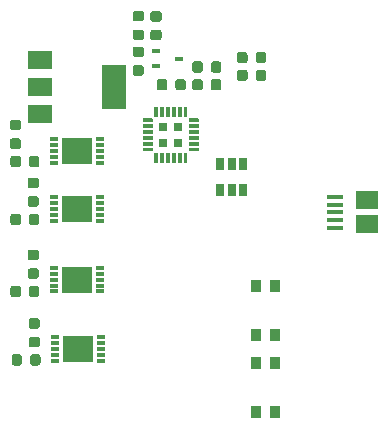
<source format=gbr>
G04 #@! TF.GenerationSoftware,KiCad,Pcbnew,5.1.0-5.1.0*
G04 #@! TF.CreationDate,2019-03-27T16:13:27-07:00*
G04 #@! TF.ProjectId,t962,74393632-2e6b-4696-9361-645f70636258,1.2.3*
G04 #@! TF.SameCoordinates,Original*
G04 #@! TF.FileFunction,Paste,Top*
G04 #@! TF.FilePolarity,Positive*
%FSLAX46Y46*%
G04 Gerber Fmt 4.6, Leading zero omitted, Abs format (unit mm)*
G04 Created by KiCad (PCBNEW 5.1.0-5.1.0) date 2019-03-27 16:13:27*
%MOMM*%
%LPD*%
G04 APERTURE LIST*
%ADD10R,0.650000X1.060000*%
%ADD11R,2.000000X3.800000*%
%ADD12R,2.000000X1.500000*%
%ADD13R,0.900000X1.000000*%
%ADD14C,0.100000*%
%ADD15C,0.875000*%
%ADD16R,0.780000X0.780000*%
%ADD17C,0.300000*%
%ADD18R,0.300000X0.850000*%
%ADD19R,0.850000X0.300000*%
%ADD20R,1.900000X1.500000*%
%ADD21R,1.350000X0.400000*%
%ADD22R,0.700000X0.300000*%
%ADD23R,2.600000X2.300000*%
%ADD24R,0.700000X0.450000*%
G04 APERTURE END LIST*
D10*
X154050000Y-52125000D03*
X155000000Y-52125000D03*
X155950000Y-52125000D03*
X155950000Y-49925000D03*
X154050000Y-49925000D03*
X155000000Y-49925000D03*
D11*
X145050000Y-43400000D03*
D12*
X138750000Y-43400000D03*
X138750000Y-45700000D03*
X138750000Y-41100000D03*
D13*
X158700000Y-60250000D03*
X157100000Y-60250000D03*
X158700000Y-64350000D03*
X157100000Y-64350000D03*
D14*
G36*
X153932692Y-41226053D02*
G01*
X153953927Y-41229203D01*
X153974751Y-41234419D01*
X153994963Y-41241651D01*
X154014369Y-41250830D01*
X154032782Y-41261866D01*
X154050025Y-41274654D01*
X154065931Y-41289070D01*
X154080347Y-41304976D01*
X154093135Y-41322219D01*
X154104171Y-41340632D01*
X154113350Y-41360038D01*
X154120582Y-41380250D01*
X154125798Y-41401074D01*
X154128948Y-41422309D01*
X154130001Y-41443750D01*
X154130001Y-41956250D01*
X154128948Y-41977691D01*
X154125798Y-41998926D01*
X154120582Y-42019750D01*
X154113350Y-42039962D01*
X154104171Y-42059368D01*
X154093135Y-42077781D01*
X154080347Y-42095024D01*
X154065931Y-42110930D01*
X154050025Y-42125346D01*
X154032782Y-42138134D01*
X154014369Y-42149170D01*
X153994963Y-42158349D01*
X153974751Y-42165581D01*
X153953927Y-42170797D01*
X153932692Y-42173947D01*
X153911251Y-42175000D01*
X153473751Y-42175000D01*
X153452310Y-42173947D01*
X153431075Y-42170797D01*
X153410251Y-42165581D01*
X153390039Y-42158349D01*
X153370633Y-42149170D01*
X153352220Y-42138134D01*
X153334977Y-42125346D01*
X153319071Y-42110930D01*
X153304655Y-42095024D01*
X153291867Y-42077781D01*
X153280831Y-42059368D01*
X153271652Y-42039962D01*
X153264420Y-42019750D01*
X153259204Y-41998926D01*
X153256054Y-41977691D01*
X153255001Y-41956250D01*
X153255001Y-41443750D01*
X153256054Y-41422309D01*
X153259204Y-41401074D01*
X153264420Y-41380250D01*
X153271652Y-41360038D01*
X153280831Y-41340632D01*
X153291867Y-41322219D01*
X153304655Y-41304976D01*
X153319071Y-41289070D01*
X153334977Y-41274654D01*
X153352220Y-41261866D01*
X153370633Y-41250830D01*
X153390039Y-41241651D01*
X153410251Y-41234419D01*
X153431075Y-41229203D01*
X153452310Y-41226053D01*
X153473751Y-41225000D01*
X153911251Y-41225000D01*
X153932692Y-41226053D01*
X153932692Y-41226053D01*
G37*
D15*
X153692501Y-41700000D03*
D14*
G36*
X152357692Y-41226053D02*
G01*
X152378927Y-41229203D01*
X152399751Y-41234419D01*
X152419963Y-41241651D01*
X152439369Y-41250830D01*
X152457782Y-41261866D01*
X152475025Y-41274654D01*
X152490931Y-41289070D01*
X152505347Y-41304976D01*
X152518135Y-41322219D01*
X152529171Y-41340632D01*
X152538350Y-41360038D01*
X152545582Y-41380250D01*
X152550798Y-41401074D01*
X152553948Y-41422309D01*
X152555001Y-41443750D01*
X152555001Y-41956250D01*
X152553948Y-41977691D01*
X152550798Y-41998926D01*
X152545582Y-42019750D01*
X152538350Y-42039962D01*
X152529171Y-42059368D01*
X152518135Y-42077781D01*
X152505347Y-42095024D01*
X152490931Y-42110930D01*
X152475025Y-42125346D01*
X152457782Y-42138134D01*
X152439369Y-42149170D01*
X152419963Y-42158349D01*
X152399751Y-42165581D01*
X152378927Y-42170797D01*
X152357692Y-42173947D01*
X152336251Y-42175000D01*
X151898751Y-42175000D01*
X151877310Y-42173947D01*
X151856075Y-42170797D01*
X151835251Y-42165581D01*
X151815039Y-42158349D01*
X151795633Y-42149170D01*
X151777220Y-42138134D01*
X151759977Y-42125346D01*
X151744071Y-42110930D01*
X151729655Y-42095024D01*
X151716867Y-42077781D01*
X151705831Y-42059368D01*
X151696652Y-42039962D01*
X151689420Y-42019750D01*
X151684204Y-41998926D01*
X151681054Y-41977691D01*
X151680001Y-41956250D01*
X151680001Y-41443750D01*
X151681054Y-41422309D01*
X151684204Y-41401074D01*
X151689420Y-41380250D01*
X151696652Y-41360038D01*
X151705831Y-41340632D01*
X151716867Y-41322219D01*
X151729655Y-41304976D01*
X151744071Y-41289070D01*
X151759977Y-41274654D01*
X151777220Y-41261866D01*
X151795633Y-41250830D01*
X151815039Y-41241651D01*
X151835251Y-41234419D01*
X151856075Y-41229203D01*
X151877310Y-41226053D01*
X151898751Y-41225000D01*
X152336251Y-41225000D01*
X152357692Y-41226053D01*
X152357692Y-41226053D01*
G37*
D15*
X152117501Y-41700000D03*
D14*
G36*
X153927691Y-42726053D02*
G01*
X153948926Y-42729203D01*
X153969750Y-42734419D01*
X153989962Y-42741651D01*
X154009368Y-42750830D01*
X154027781Y-42761866D01*
X154045024Y-42774654D01*
X154060930Y-42789070D01*
X154075346Y-42804976D01*
X154088134Y-42822219D01*
X154099170Y-42840632D01*
X154108349Y-42860038D01*
X154115581Y-42880250D01*
X154120797Y-42901074D01*
X154123947Y-42922309D01*
X154125000Y-42943750D01*
X154125000Y-43456250D01*
X154123947Y-43477691D01*
X154120797Y-43498926D01*
X154115581Y-43519750D01*
X154108349Y-43539962D01*
X154099170Y-43559368D01*
X154088134Y-43577781D01*
X154075346Y-43595024D01*
X154060930Y-43610930D01*
X154045024Y-43625346D01*
X154027781Y-43638134D01*
X154009368Y-43649170D01*
X153989962Y-43658349D01*
X153969750Y-43665581D01*
X153948926Y-43670797D01*
X153927691Y-43673947D01*
X153906250Y-43675000D01*
X153468750Y-43675000D01*
X153447309Y-43673947D01*
X153426074Y-43670797D01*
X153405250Y-43665581D01*
X153385038Y-43658349D01*
X153365632Y-43649170D01*
X153347219Y-43638134D01*
X153329976Y-43625346D01*
X153314070Y-43610930D01*
X153299654Y-43595024D01*
X153286866Y-43577781D01*
X153275830Y-43559368D01*
X153266651Y-43539962D01*
X153259419Y-43519750D01*
X153254203Y-43498926D01*
X153251053Y-43477691D01*
X153250000Y-43456250D01*
X153250000Y-42943750D01*
X153251053Y-42922309D01*
X153254203Y-42901074D01*
X153259419Y-42880250D01*
X153266651Y-42860038D01*
X153275830Y-42840632D01*
X153286866Y-42822219D01*
X153299654Y-42804976D01*
X153314070Y-42789070D01*
X153329976Y-42774654D01*
X153347219Y-42761866D01*
X153365632Y-42750830D01*
X153385038Y-42741651D01*
X153405250Y-42734419D01*
X153426074Y-42729203D01*
X153447309Y-42726053D01*
X153468750Y-42725000D01*
X153906250Y-42725000D01*
X153927691Y-42726053D01*
X153927691Y-42726053D01*
G37*
D15*
X153687500Y-43200000D03*
D14*
G36*
X152352691Y-42726053D02*
G01*
X152373926Y-42729203D01*
X152394750Y-42734419D01*
X152414962Y-42741651D01*
X152434368Y-42750830D01*
X152452781Y-42761866D01*
X152470024Y-42774654D01*
X152485930Y-42789070D01*
X152500346Y-42804976D01*
X152513134Y-42822219D01*
X152524170Y-42840632D01*
X152533349Y-42860038D01*
X152540581Y-42880250D01*
X152545797Y-42901074D01*
X152548947Y-42922309D01*
X152550000Y-42943750D01*
X152550000Y-43456250D01*
X152548947Y-43477691D01*
X152545797Y-43498926D01*
X152540581Y-43519750D01*
X152533349Y-43539962D01*
X152524170Y-43559368D01*
X152513134Y-43577781D01*
X152500346Y-43595024D01*
X152485930Y-43610930D01*
X152470024Y-43625346D01*
X152452781Y-43638134D01*
X152434368Y-43649170D01*
X152414962Y-43658349D01*
X152394750Y-43665581D01*
X152373926Y-43670797D01*
X152352691Y-43673947D01*
X152331250Y-43675000D01*
X151893750Y-43675000D01*
X151872309Y-43673947D01*
X151851074Y-43670797D01*
X151830250Y-43665581D01*
X151810038Y-43658349D01*
X151790632Y-43649170D01*
X151772219Y-43638134D01*
X151754976Y-43625346D01*
X151739070Y-43610930D01*
X151724654Y-43595024D01*
X151711866Y-43577781D01*
X151700830Y-43559368D01*
X151691651Y-43539962D01*
X151684419Y-43519750D01*
X151679203Y-43498926D01*
X151676053Y-43477691D01*
X151675000Y-43456250D01*
X151675000Y-42943750D01*
X151676053Y-42922309D01*
X151679203Y-42901074D01*
X151684419Y-42880250D01*
X151691651Y-42860038D01*
X151700830Y-42840632D01*
X151711866Y-42822219D01*
X151724654Y-42804976D01*
X151739070Y-42789070D01*
X151754976Y-42774654D01*
X151772219Y-42761866D01*
X151790632Y-42750830D01*
X151810038Y-42741651D01*
X151830250Y-42734419D01*
X151851074Y-42729203D01*
X151872309Y-42726053D01*
X151893750Y-42725000D01*
X152331250Y-42725000D01*
X152352691Y-42726053D01*
X152352691Y-42726053D01*
G37*
D15*
X152112500Y-43200000D03*
D16*
X150500000Y-48100000D03*
X150500000Y-46800000D03*
X149200000Y-48100000D03*
X149200000Y-46800000D03*
D14*
G36*
X151182351Y-48975361D02*
G01*
X151189632Y-48976441D01*
X151196771Y-48978229D01*
X151203701Y-48980709D01*
X151210355Y-48983856D01*
X151216668Y-48987640D01*
X151222579Y-48992024D01*
X151228033Y-48996967D01*
X151232976Y-49002421D01*
X151237360Y-49008332D01*
X151241144Y-49014645D01*
X151244291Y-49021299D01*
X151246771Y-49028229D01*
X151248559Y-49035368D01*
X151249639Y-49042649D01*
X151250000Y-49050000D01*
X151250000Y-49750000D01*
X151249639Y-49757351D01*
X151248559Y-49764632D01*
X151246771Y-49771771D01*
X151244291Y-49778701D01*
X151241144Y-49785355D01*
X151237360Y-49791668D01*
X151232976Y-49797579D01*
X151228033Y-49803033D01*
X151222579Y-49807976D01*
X151216668Y-49812360D01*
X151210355Y-49816144D01*
X151203701Y-49819291D01*
X151196771Y-49821771D01*
X151189632Y-49823559D01*
X151182351Y-49824639D01*
X151175000Y-49825000D01*
X151025000Y-49825000D01*
X151017649Y-49824639D01*
X151010368Y-49823559D01*
X151003229Y-49821771D01*
X150996299Y-49819291D01*
X150989645Y-49816144D01*
X150983332Y-49812360D01*
X150977421Y-49807976D01*
X150971967Y-49803033D01*
X150967024Y-49797579D01*
X150962640Y-49791668D01*
X150958856Y-49785355D01*
X150955709Y-49778701D01*
X150953229Y-49771771D01*
X150951441Y-49764632D01*
X150950361Y-49757351D01*
X150950000Y-49750000D01*
X150950000Y-49050000D01*
X150950361Y-49042649D01*
X150951441Y-49035368D01*
X150953229Y-49028229D01*
X150955709Y-49021299D01*
X150958856Y-49014645D01*
X150962640Y-49008332D01*
X150967024Y-49002421D01*
X150971967Y-48996967D01*
X150977421Y-48992024D01*
X150983332Y-48987640D01*
X150989645Y-48983856D01*
X150996299Y-48980709D01*
X151003229Y-48978229D01*
X151010368Y-48976441D01*
X151017649Y-48975361D01*
X151025000Y-48975000D01*
X151175000Y-48975000D01*
X151182351Y-48975361D01*
X151182351Y-48975361D01*
G37*
D17*
X151100000Y-49400000D03*
D18*
X150600000Y-49400000D03*
X150100000Y-49400000D03*
X149600000Y-49400000D03*
X149100000Y-49400000D03*
D14*
G36*
X148682351Y-48975361D02*
G01*
X148689632Y-48976441D01*
X148696771Y-48978229D01*
X148703701Y-48980709D01*
X148710355Y-48983856D01*
X148716668Y-48987640D01*
X148722579Y-48992024D01*
X148728033Y-48996967D01*
X148732976Y-49002421D01*
X148737360Y-49008332D01*
X148741144Y-49014645D01*
X148744291Y-49021299D01*
X148746771Y-49028229D01*
X148748559Y-49035368D01*
X148749639Y-49042649D01*
X148750000Y-49050000D01*
X148750000Y-49750000D01*
X148749639Y-49757351D01*
X148748559Y-49764632D01*
X148746771Y-49771771D01*
X148744291Y-49778701D01*
X148741144Y-49785355D01*
X148737360Y-49791668D01*
X148732976Y-49797579D01*
X148728033Y-49803033D01*
X148722579Y-49807976D01*
X148716668Y-49812360D01*
X148710355Y-49816144D01*
X148703701Y-49819291D01*
X148696771Y-49821771D01*
X148689632Y-49823559D01*
X148682351Y-49824639D01*
X148675000Y-49825000D01*
X148525000Y-49825000D01*
X148517649Y-49824639D01*
X148510368Y-49823559D01*
X148503229Y-49821771D01*
X148496299Y-49819291D01*
X148489645Y-49816144D01*
X148483332Y-49812360D01*
X148477421Y-49807976D01*
X148471967Y-49803033D01*
X148467024Y-49797579D01*
X148462640Y-49791668D01*
X148458856Y-49785355D01*
X148455709Y-49778701D01*
X148453229Y-49771771D01*
X148451441Y-49764632D01*
X148450361Y-49757351D01*
X148450000Y-49750000D01*
X148450000Y-49050000D01*
X148450361Y-49042649D01*
X148451441Y-49035368D01*
X148453229Y-49028229D01*
X148455709Y-49021299D01*
X148458856Y-49014645D01*
X148462640Y-49008332D01*
X148467024Y-49002421D01*
X148471967Y-48996967D01*
X148477421Y-48992024D01*
X148483332Y-48987640D01*
X148489645Y-48983856D01*
X148496299Y-48980709D01*
X148503229Y-48978229D01*
X148510368Y-48976441D01*
X148517649Y-48975361D01*
X148525000Y-48975000D01*
X148675000Y-48975000D01*
X148682351Y-48975361D01*
X148682351Y-48975361D01*
G37*
D17*
X148600000Y-49400000D03*
D14*
G36*
X148257351Y-48550361D02*
G01*
X148264632Y-48551441D01*
X148271771Y-48553229D01*
X148278701Y-48555709D01*
X148285355Y-48558856D01*
X148291668Y-48562640D01*
X148297579Y-48567024D01*
X148303033Y-48571967D01*
X148307976Y-48577421D01*
X148312360Y-48583332D01*
X148316144Y-48589645D01*
X148319291Y-48596299D01*
X148321771Y-48603229D01*
X148323559Y-48610368D01*
X148324639Y-48617649D01*
X148325000Y-48625000D01*
X148325000Y-48775000D01*
X148324639Y-48782351D01*
X148323559Y-48789632D01*
X148321771Y-48796771D01*
X148319291Y-48803701D01*
X148316144Y-48810355D01*
X148312360Y-48816668D01*
X148307976Y-48822579D01*
X148303033Y-48828033D01*
X148297579Y-48832976D01*
X148291668Y-48837360D01*
X148285355Y-48841144D01*
X148278701Y-48844291D01*
X148271771Y-48846771D01*
X148264632Y-48848559D01*
X148257351Y-48849639D01*
X148250000Y-48850000D01*
X147550000Y-48850000D01*
X147542649Y-48849639D01*
X147535368Y-48848559D01*
X147528229Y-48846771D01*
X147521299Y-48844291D01*
X147514645Y-48841144D01*
X147508332Y-48837360D01*
X147502421Y-48832976D01*
X147496967Y-48828033D01*
X147492024Y-48822579D01*
X147487640Y-48816668D01*
X147483856Y-48810355D01*
X147480709Y-48803701D01*
X147478229Y-48796771D01*
X147476441Y-48789632D01*
X147475361Y-48782351D01*
X147475000Y-48775000D01*
X147475000Y-48625000D01*
X147475361Y-48617649D01*
X147476441Y-48610368D01*
X147478229Y-48603229D01*
X147480709Y-48596299D01*
X147483856Y-48589645D01*
X147487640Y-48583332D01*
X147492024Y-48577421D01*
X147496967Y-48571967D01*
X147502421Y-48567024D01*
X147508332Y-48562640D01*
X147514645Y-48558856D01*
X147521299Y-48555709D01*
X147528229Y-48553229D01*
X147535368Y-48551441D01*
X147542649Y-48550361D01*
X147550000Y-48550000D01*
X148250000Y-48550000D01*
X148257351Y-48550361D01*
X148257351Y-48550361D01*
G37*
D17*
X147900000Y-48700000D03*
D19*
X147900000Y-48200000D03*
X147900000Y-47700000D03*
X147900000Y-47200000D03*
X147900000Y-46700000D03*
D14*
G36*
X148257351Y-46050361D02*
G01*
X148264632Y-46051441D01*
X148271771Y-46053229D01*
X148278701Y-46055709D01*
X148285355Y-46058856D01*
X148291668Y-46062640D01*
X148297579Y-46067024D01*
X148303033Y-46071967D01*
X148307976Y-46077421D01*
X148312360Y-46083332D01*
X148316144Y-46089645D01*
X148319291Y-46096299D01*
X148321771Y-46103229D01*
X148323559Y-46110368D01*
X148324639Y-46117649D01*
X148325000Y-46125000D01*
X148325000Y-46275000D01*
X148324639Y-46282351D01*
X148323559Y-46289632D01*
X148321771Y-46296771D01*
X148319291Y-46303701D01*
X148316144Y-46310355D01*
X148312360Y-46316668D01*
X148307976Y-46322579D01*
X148303033Y-46328033D01*
X148297579Y-46332976D01*
X148291668Y-46337360D01*
X148285355Y-46341144D01*
X148278701Y-46344291D01*
X148271771Y-46346771D01*
X148264632Y-46348559D01*
X148257351Y-46349639D01*
X148250000Y-46350000D01*
X147550000Y-46350000D01*
X147542649Y-46349639D01*
X147535368Y-46348559D01*
X147528229Y-46346771D01*
X147521299Y-46344291D01*
X147514645Y-46341144D01*
X147508332Y-46337360D01*
X147502421Y-46332976D01*
X147496967Y-46328033D01*
X147492024Y-46322579D01*
X147487640Y-46316668D01*
X147483856Y-46310355D01*
X147480709Y-46303701D01*
X147478229Y-46296771D01*
X147476441Y-46289632D01*
X147475361Y-46282351D01*
X147475000Y-46275000D01*
X147475000Y-46125000D01*
X147475361Y-46117649D01*
X147476441Y-46110368D01*
X147478229Y-46103229D01*
X147480709Y-46096299D01*
X147483856Y-46089645D01*
X147487640Y-46083332D01*
X147492024Y-46077421D01*
X147496967Y-46071967D01*
X147502421Y-46067024D01*
X147508332Y-46062640D01*
X147514645Y-46058856D01*
X147521299Y-46055709D01*
X147528229Y-46053229D01*
X147535368Y-46051441D01*
X147542649Y-46050361D01*
X147550000Y-46050000D01*
X148250000Y-46050000D01*
X148257351Y-46050361D01*
X148257351Y-46050361D01*
G37*
D17*
X147900000Y-46200000D03*
D14*
G36*
X148682351Y-45075361D02*
G01*
X148689632Y-45076441D01*
X148696771Y-45078229D01*
X148703701Y-45080709D01*
X148710355Y-45083856D01*
X148716668Y-45087640D01*
X148722579Y-45092024D01*
X148728033Y-45096967D01*
X148732976Y-45102421D01*
X148737360Y-45108332D01*
X148741144Y-45114645D01*
X148744291Y-45121299D01*
X148746771Y-45128229D01*
X148748559Y-45135368D01*
X148749639Y-45142649D01*
X148750000Y-45150000D01*
X148750000Y-45850000D01*
X148749639Y-45857351D01*
X148748559Y-45864632D01*
X148746771Y-45871771D01*
X148744291Y-45878701D01*
X148741144Y-45885355D01*
X148737360Y-45891668D01*
X148732976Y-45897579D01*
X148728033Y-45903033D01*
X148722579Y-45907976D01*
X148716668Y-45912360D01*
X148710355Y-45916144D01*
X148703701Y-45919291D01*
X148696771Y-45921771D01*
X148689632Y-45923559D01*
X148682351Y-45924639D01*
X148675000Y-45925000D01*
X148525000Y-45925000D01*
X148517649Y-45924639D01*
X148510368Y-45923559D01*
X148503229Y-45921771D01*
X148496299Y-45919291D01*
X148489645Y-45916144D01*
X148483332Y-45912360D01*
X148477421Y-45907976D01*
X148471967Y-45903033D01*
X148467024Y-45897579D01*
X148462640Y-45891668D01*
X148458856Y-45885355D01*
X148455709Y-45878701D01*
X148453229Y-45871771D01*
X148451441Y-45864632D01*
X148450361Y-45857351D01*
X148450000Y-45850000D01*
X148450000Y-45150000D01*
X148450361Y-45142649D01*
X148451441Y-45135368D01*
X148453229Y-45128229D01*
X148455709Y-45121299D01*
X148458856Y-45114645D01*
X148462640Y-45108332D01*
X148467024Y-45102421D01*
X148471967Y-45096967D01*
X148477421Y-45092024D01*
X148483332Y-45087640D01*
X148489645Y-45083856D01*
X148496299Y-45080709D01*
X148503229Y-45078229D01*
X148510368Y-45076441D01*
X148517649Y-45075361D01*
X148525000Y-45075000D01*
X148675000Y-45075000D01*
X148682351Y-45075361D01*
X148682351Y-45075361D01*
G37*
D17*
X148600000Y-45500000D03*
D18*
X149100000Y-45500000D03*
X149600000Y-45500000D03*
X150100000Y-45500000D03*
X150600000Y-45500000D03*
D14*
G36*
X151182351Y-45075361D02*
G01*
X151189632Y-45076441D01*
X151196771Y-45078229D01*
X151203701Y-45080709D01*
X151210355Y-45083856D01*
X151216668Y-45087640D01*
X151222579Y-45092024D01*
X151228033Y-45096967D01*
X151232976Y-45102421D01*
X151237360Y-45108332D01*
X151241144Y-45114645D01*
X151244291Y-45121299D01*
X151246771Y-45128229D01*
X151248559Y-45135368D01*
X151249639Y-45142649D01*
X151250000Y-45150000D01*
X151250000Y-45850000D01*
X151249639Y-45857351D01*
X151248559Y-45864632D01*
X151246771Y-45871771D01*
X151244291Y-45878701D01*
X151241144Y-45885355D01*
X151237360Y-45891668D01*
X151232976Y-45897579D01*
X151228033Y-45903033D01*
X151222579Y-45907976D01*
X151216668Y-45912360D01*
X151210355Y-45916144D01*
X151203701Y-45919291D01*
X151196771Y-45921771D01*
X151189632Y-45923559D01*
X151182351Y-45924639D01*
X151175000Y-45925000D01*
X151025000Y-45925000D01*
X151017649Y-45924639D01*
X151010368Y-45923559D01*
X151003229Y-45921771D01*
X150996299Y-45919291D01*
X150989645Y-45916144D01*
X150983332Y-45912360D01*
X150977421Y-45907976D01*
X150971967Y-45903033D01*
X150967024Y-45897579D01*
X150962640Y-45891668D01*
X150958856Y-45885355D01*
X150955709Y-45878701D01*
X150953229Y-45871771D01*
X150951441Y-45864632D01*
X150950361Y-45857351D01*
X150950000Y-45850000D01*
X150950000Y-45150000D01*
X150950361Y-45142649D01*
X150951441Y-45135368D01*
X150953229Y-45128229D01*
X150955709Y-45121299D01*
X150958856Y-45114645D01*
X150962640Y-45108332D01*
X150967024Y-45102421D01*
X150971967Y-45096967D01*
X150977421Y-45092024D01*
X150983332Y-45087640D01*
X150989645Y-45083856D01*
X150996299Y-45080709D01*
X151003229Y-45078229D01*
X151010368Y-45076441D01*
X151017649Y-45075361D01*
X151025000Y-45075000D01*
X151175000Y-45075000D01*
X151182351Y-45075361D01*
X151182351Y-45075361D01*
G37*
D17*
X151100000Y-45500000D03*
D14*
G36*
X152157351Y-46050361D02*
G01*
X152164632Y-46051441D01*
X152171771Y-46053229D01*
X152178701Y-46055709D01*
X152185355Y-46058856D01*
X152191668Y-46062640D01*
X152197579Y-46067024D01*
X152203033Y-46071967D01*
X152207976Y-46077421D01*
X152212360Y-46083332D01*
X152216144Y-46089645D01*
X152219291Y-46096299D01*
X152221771Y-46103229D01*
X152223559Y-46110368D01*
X152224639Y-46117649D01*
X152225000Y-46125000D01*
X152225000Y-46275000D01*
X152224639Y-46282351D01*
X152223559Y-46289632D01*
X152221771Y-46296771D01*
X152219291Y-46303701D01*
X152216144Y-46310355D01*
X152212360Y-46316668D01*
X152207976Y-46322579D01*
X152203033Y-46328033D01*
X152197579Y-46332976D01*
X152191668Y-46337360D01*
X152185355Y-46341144D01*
X152178701Y-46344291D01*
X152171771Y-46346771D01*
X152164632Y-46348559D01*
X152157351Y-46349639D01*
X152150000Y-46350000D01*
X151450000Y-46350000D01*
X151442649Y-46349639D01*
X151435368Y-46348559D01*
X151428229Y-46346771D01*
X151421299Y-46344291D01*
X151414645Y-46341144D01*
X151408332Y-46337360D01*
X151402421Y-46332976D01*
X151396967Y-46328033D01*
X151392024Y-46322579D01*
X151387640Y-46316668D01*
X151383856Y-46310355D01*
X151380709Y-46303701D01*
X151378229Y-46296771D01*
X151376441Y-46289632D01*
X151375361Y-46282351D01*
X151375000Y-46275000D01*
X151375000Y-46125000D01*
X151375361Y-46117649D01*
X151376441Y-46110368D01*
X151378229Y-46103229D01*
X151380709Y-46096299D01*
X151383856Y-46089645D01*
X151387640Y-46083332D01*
X151392024Y-46077421D01*
X151396967Y-46071967D01*
X151402421Y-46067024D01*
X151408332Y-46062640D01*
X151414645Y-46058856D01*
X151421299Y-46055709D01*
X151428229Y-46053229D01*
X151435368Y-46051441D01*
X151442649Y-46050361D01*
X151450000Y-46050000D01*
X152150000Y-46050000D01*
X152157351Y-46050361D01*
X152157351Y-46050361D01*
G37*
D17*
X151800000Y-46200000D03*
D19*
X151800000Y-46700000D03*
X151800000Y-47200000D03*
X151800000Y-47700000D03*
X151800000Y-48200000D03*
D14*
G36*
X152157351Y-48550361D02*
G01*
X152164632Y-48551441D01*
X152171771Y-48553229D01*
X152178701Y-48555709D01*
X152185355Y-48558856D01*
X152191668Y-48562640D01*
X152197579Y-48567024D01*
X152203033Y-48571967D01*
X152207976Y-48577421D01*
X152212360Y-48583332D01*
X152216144Y-48589645D01*
X152219291Y-48596299D01*
X152221771Y-48603229D01*
X152223559Y-48610368D01*
X152224639Y-48617649D01*
X152225000Y-48625000D01*
X152225000Y-48775000D01*
X152224639Y-48782351D01*
X152223559Y-48789632D01*
X152221771Y-48796771D01*
X152219291Y-48803701D01*
X152216144Y-48810355D01*
X152212360Y-48816668D01*
X152207976Y-48822579D01*
X152203033Y-48828033D01*
X152197579Y-48832976D01*
X152191668Y-48837360D01*
X152185355Y-48841144D01*
X152178701Y-48844291D01*
X152171771Y-48846771D01*
X152164632Y-48848559D01*
X152157351Y-48849639D01*
X152150000Y-48850000D01*
X151450000Y-48850000D01*
X151442649Y-48849639D01*
X151435368Y-48848559D01*
X151428229Y-48846771D01*
X151421299Y-48844291D01*
X151414645Y-48841144D01*
X151408332Y-48837360D01*
X151402421Y-48832976D01*
X151396967Y-48828033D01*
X151392024Y-48822579D01*
X151387640Y-48816668D01*
X151383856Y-48810355D01*
X151380709Y-48803701D01*
X151378229Y-48796771D01*
X151376441Y-48789632D01*
X151375361Y-48782351D01*
X151375000Y-48775000D01*
X151375000Y-48625000D01*
X151375361Y-48617649D01*
X151376441Y-48610368D01*
X151378229Y-48603229D01*
X151380709Y-48596299D01*
X151383856Y-48589645D01*
X151387640Y-48583332D01*
X151392024Y-48577421D01*
X151396967Y-48571967D01*
X151402421Y-48567024D01*
X151408332Y-48562640D01*
X151414645Y-48558856D01*
X151421299Y-48555709D01*
X151428229Y-48553229D01*
X151435368Y-48551441D01*
X151442649Y-48550361D01*
X151450000Y-48550000D01*
X152150000Y-48550000D01*
X152157351Y-48550361D01*
X152157351Y-48550361D01*
G37*
D17*
X151800000Y-48700000D03*
D20*
X166437500Y-53000000D03*
D21*
X163737500Y-54650000D03*
X163737500Y-55300000D03*
X163737500Y-52700000D03*
X163737500Y-53350000D03*
X163737500Y-54000000D03*
D20*
X166437500Y-55000000D03*
D14*
G36*
X147377691Y-41551053D02*
G01*
X147398926Y-41554203D01*
X147419750Y-41559419D01*
X147439962Y-41566651D01*
X147459368Y-41575830D01*
X147477781Y-41586866D01*
X147495024Y-41599654D01*
X147510930Y-41614070D01*
X147525346Y-41629976D01*
X147538134Y-41647219D01*
X147549170Y-41665632D01*
X147558349Y-41685038D01*
X147565581Y-41705250D01*
X147570797Y-41726074D01*
X147573947Y-41747309D01*
X147575000Y-41768750D01*
X147575000Y-42206250D01*
X147573947Y-42227691D01*
X147570797Y-42248926D01*
X147565581Y-42269750D01*
X147558349Y-42289962D01*
X147549170Y-42309368D01*
X147538134Y-42327781D01*
X147525346Y-42345024D01*
X147510930Y-42360930D01*
X147495024Y-42375346D01*
X147477781Y-42388134D01*
X147459368Y-42399170D01*
X147439962Y-42408349D01*
X147419750Y-42415581D01*
X147398926Y-42420797D01*
X147377691Y-42423947D01*
X147356250Y-42425000D01*
X146843750Y-42425000D01*
X146822309Y-42423947D01*
X146801074Y-42420797D01*
X146780250Y-42415581D01*
X146760038Y-42408349D01*
X146740632Y-42399170D01*
X146722219Y-42388134D01*
X146704976Y-42375346D01*
X146689070Y-42360930D01*
X146674654Y-42345024D01*
X146661866Y-42327781D01*
X146650830Y-42309368D01*
X146641651Y-42289962D01*
X146634419Y-42269750D01*
X146629203Y-42248926D01*
X146626053Y-42227691D01*
X146625000Y-42206250D01*
X146625000Y-41768750D01*
X146626053Y-41747309D01*
X146629203Y-41726074D01*
X146634419Y-41705250D01*
X146641651Y-41685038D01*
X146650830Y-41665632D01*
X146661866Y-41647219D01*
X146674654Y-41629976D01*
X146689070Y-41614070D01*
X146704976Y-41599654D01*
X146722219Y-41586866D01*
X146740632Y-41575830D01*
X146760038Y-41566651D01*
X146780250Y-41559419D01*
X146801074Y-41554203D01*
X146822309Y-41551053D01*
X146843750Y-41550000D01*
X147356250Y-41550000D01*
X147377691Y-41551053D01*
X147377691Y-41551053D01*
G37*
D15*
X147100000Y-41987500D03*
D14*
G36*
X147377691Y-39976053D02*
G01*
X147398926Y-39979203D01*
X147419750Y-39984419D01*
X147439962Y-39991651D01*
X147459368Y-40000830D01*
X147477781Y-40011866D01*
X147495024Y-40024654D01*
X147510930Y-40039070D01*
X147525346Y-40054976D01*
X147538134Y-40072219D01*
X147549170Y-40090632D01*
X147558349Y-40110038D01*
X147565581Y-40130250D01*
X147570797Y-40151074D01*
X147573947Y-40172309D01*
X147575000Y-40193750D01*
X147575000Y-40631250D01*
X147573947Y-40652691D01*
X147570797Y-40673926D01*
X147565581Y-40694750D01*
X147558349Y-40714962D01*
X147549170Y-40734368D01*
X147538134Y-40752781D01*
X147525346Y-40770024D01*
X147510930Y-40785930D01*
X147495024Y-40800346D01*
X147477781Y-40813134D01*
X147459368Y-40824170D01*
X147439962Y-40833349D01*
X147419750Y-40840581D01*
X147398926Y-40845797D01*
X147377691Y-40848947D01*
X147356250Y-40850000D01*
X146843750Y-40850000D01*
X146822309Y-40848947D01*
X146801074Y-40845797D01*
X146780250Y-40840581D01*
X146760038Y-40833349D01*
X146740632Y-40824170D01*
X146722219Y-40813134D01*
X146704976Y-40800346D01*
X146689070Y-40785930D01*
X146674654Y-40770024D01*
X146661866Y-40752781D01*
X146650830Y-40734368D01*
X146641651Y-40714962D01*
X146634419Y-40694750D01*
X146629203Y-40673926D01*
X146626053Y-40652691D01*
X146625000Y-40631250D01*
X146625000Y-40193750D01*
X146626053Y-40172309D01*
X146629203Y-40151074D01*
X146634419Y-40130250D01*
X146641651Y-40110038D01*
X146650830Y-40090632D01*
X146661866Y-40072219D01*
X146674654Y-40054976D01*
X146689070Y-40039070D01*
X146704976Y-40024654D01*
X146722219Y-40011866D01*
X146740632Y-40000830D01*
X146760038Y-39991651D01*
X146780250Y-39984419D01*
X146801074Y-39979203D01*
X146822309Y-39976053D01*
X146843750Y-39975000D01*
X147356250Y-39975000D01*
X147377691Y-39976053D01*
X147377691Y-39976053D01*
G37*
D15*
X147100000Y-40412500D03*
D14*
G36*
X150927691Y-42726053D02*
G01*
X150948926Y-42729203D01*
X150969750Y-42734419D01*
X150989962Y-42741651D01*
X151009368Y-42750830D01*
X151027781Y-42761866D01*
X151045024Y-42774654D01*
X151060930Y-42789070D01*
X151075346Y-42804976D01*
X151088134Y-42822219D01*
X151099170Y-42840632D01*
X151108349Y-42860038D01*
X151115581Y-42880250D01*
X151120797Y-42901074D01*
X151123947Y-42922309D01*
X151125000Y-42943750D01*
X151125000Y-43456250D01*
X151123947Y-43477691D01*
X151120797Y-43498926D01*
X151115581Y-43519750D01*
X151108349Y-43539962D01*
X151099170Y-43559368D01*
X151088134Y-43577781D01*
X151075346Y-43595024D01*
X151060930Y-43610930D01*
X151045024Y-43625346D01*
X151027781Y-43638134D01*
X151009368Y-43649170D01*
X150989962Y-43658349D01*
X150969750Y-43665581D01*
X150948926Y-43670797D01*
X150927691Y-43673947D01*
X150906250Y-43675000D01*
X150468750Y-43675000D01*
X150447309Y-43673947D01*
X150426074Y-43670797D01*
X150405250Y-43665581D01*
X150385038Y-43658349D01*
X150365632Y-43649170D01*
X150347219Y-43638134D01*
X150329976Y-43625346D01*
X150314070Y-43610930D01*
X150299654Y-43595024D01*
X150286866Y-43577781D01*
X150275830Y-43559368D01*
X150266651Y-43539962D01*
X150259419Y-43519750D01*
X150254203Y-43498926D01*
X150251053Y-43477691D01*
X150250000Y-43456250D01*
X150250000Y-42943750D01*
X150251053Y-42922309D01*
X150254203Y-42901074D01*
X150259419Y-42880250D01*
X150266651Y-42860038D01*
X150275830Y-42840632D01*
X150286866Y-42822219D01*
X150299654Y-42804976D01*
X150314070Y-42789070D01*
X150329976Y-42774654D01*
X150347219Y-42761866D01*
X150365632Y-42750830D01*
X150385038Y-42741651D01*
X150405250Y-42734419D01*
X150426074Y-42729203D01*
X150447309Y-42726053D01*
X150468750Y-42725000D01*
X150906250Y-42725000D01*
X150927691Y-42726053D01*
X150927691Y-42726053D01*
G37*
D15*
X150687500Y-43200000D03*
D14*
G36*
X149352691Y-42726053D02*
G01*
X149373926Y-42729203D01*
X149394750Y-42734419D01*
X149414962Y-42741651D01*
X149434368Y-42750830D01*
X149452781Y-42761866D01*
X149470024Y-42774654D01*
X149485930Y-42789070D01*
X149500346Y-42804976D01*
X149513134Y-42822219D01*
X149524170Y-42840632D01*
X149533349Y-42860038D01*
X149540581Y-42880250D01*
X149545797Y-42901074D01*
X149548947Y-42922309D01*
X149550000Y-42943750D01*
X149550000Y-43456250D01*
X149548947Y-43477691D01*
X149545797Y-43498926D01*
X149540581Y-43519750D01*
X149533349Y-43539962D01*
X149524170Y-43559368D01*
X149513134Y-43577781D01*
X149500346Y-43595024D01*
X149485930Y-43610930D01*
X149470024Y-43625346D01*
X149452781Y-43638134D01*
X149434368Y-43649170D01*
X149414962Y-43658349D01*
X149394750Y-43665581D01*
X149373926Y-43670797D01*
X149352691Y-43673947D01*
X149331250Y-43675000D01*
X148893750Y-43675000D01*
X148872309Y-43673947D01*
X148851074Y-43670797D01*
X148830250Y-43665581D01*
X148810038Y-43658349D01*
X148790632Y-43649170D01*
X148772219Y-43638134D01*
X148754976Y-43625346D01*
X148739070Y-43610930D01*
X148724654Y-43595024D01*
X148711866Y-43577781D01*
X148700830Y-43559368D01*
X148691651Y-43539962D01*
X148684419Y-43519750D01*
X148679203Y-43498926D01*
X148676053Y-43477691D01*
X148675000Y-43456250D01*
X148675000Y-42943750D01*
X148676053Y-42922309D01*
X148679203Y-42901074D01*
X148684419Y-42880250D01*
X148691651Y-42860038D01*
X148700830Y-42840632D01*
X148711866Y-42822219D01*
X148724654Y-42804976D01*
X148739070Y-42789070D01*
X148754976Y-42774654D01*
X148772219Y-42761866D01*
X148790632Y-42750830D01*
X148810038Y-42741651D01*
X148830250Y-42734419D01*
X148851074Y-42729203D01*
X148872309Y-42726053D01*
X148893750Y-42725000D01*
X149331250Y-42725000D01*
X149352691Y-42726053D01*
X149352691Y-42726053D01*
G37*
D15*
X149112500Y-43200000D03*
D13*
X157100000Y-70900000D03*
X158700000Y-70900000D03*
X157100000Y-66800000D03*
X158700000Y-66800000D03*
D22*
X143920000Y-64600000D03*
X140080000Y-64600000D03*
X143920000Y-65100000D03*
X140080000Y-65100000D03*
X143920000Y-65600000D03*
X140080000Y-65600000D03*
X143920000Y-66100000D03*
X140080000Y-66100000D03*
X143920000Y-66600000D03*
X140080000Y-66600000D03*
D23*
X142000000Y-65600000D03*
D14*
G36*
X156152691Y-40426053D02*
G01*
X156173926Y-40429203D01*
X156194750Y-40434419D01*
X156214962Y-40441651D01*
X156234368Y-40450830D01*
X156252781Y-40461866D01*
X156270024Y-40474654D01*
X156285930Y-40489070D01*
X156300346Y-40504976D01*
X156313134Y-40522219D01*
X156324170Y-40540632D01*
X156333349Y-40560038D01*
X156340581Y-40580250D01*
X156345797Y-40601074D01*
X156348947Y-40622309D01*
X156350000Y-40643750D01*
X156350000Y-41156250D01*
X156348947Y-41177691D01*
X156345797Y-41198926D01*
X156340581Y-41219750D01*
X156333349Y-41239962D01*
X156324170Y-41259368D01*
X156313134Y-41277781D01*
X156300346Y-41295024D01*
X156285930Y-41310930D01*
X156270024Y-41325346D01*
X156252781Y-41338134D01*
X156234368Y-41349170D01*
X156214962Y-41358349D01*
X156194750Y-41365581D01*
X156173926Y-41370797D01*
X156152691Y-41373947D01*
X156131250Y-41375000D01*
X155693750Y-41375000D01*
X155672309Y-41373947D01*
X155651074Y-41370797D01*
X155630250Y-41365581D01*
X155610038Y-41358349D01*
X155590632Y-41349170D01*
X155572219Y-41338134D01*
X155554976Y-41325346D01*
X155539070Y-41310930D01*
X155524654Y-41295024D01*
X155511866Y-41277781D01*
X155500830Y-41259368D01*
X155491651Y-41239962D01*
X155484419Y-41219750D01*
X155479203Y-41198926D01*
X155476053Y-41177691D01*
X155475000Y-41156250D01*
X155475000Y-40643750D01*
X155476053Y-40622309D01*
X155479203Y-40601074D01*
X155484419Y-40580250D01*
X155491651Y-40560038D01*
X155500830Y-40540632D01*
X155511866Y-40522219D01*
X155524654Y-40504976D01*
X155539070Y-40489070D01*
X155554976Y-40474654D01*
X155572219Y-40461866D01*
X155590632Y-40450830D01*
X155610038Y-40441651D01*
X155630250Y-40434419D01*
X155651074Y-40429203D01*
X155672309Y-40426053D01*
X155693750Y-40425000D01*
X156131250Y-40425000D01*
X156152691Y-40426053D01*
X156152691Y-40426053D01*
G37*
D15*
X155912500Y-40900000D03*
D14*
G36*
X157727691Y-40426053D02*
G01*
X157748926Y-40429203D01*
X157769750Y-40434419D01*
X157789962Y-40441651D01*
X157809368Y-40450830D01*
X157827781Y-40461866D01*
X157845024Y-40474654D01*
X157860930Y-40489070D01*
X157875346Y-40504976D01*
X157888134Y-40522219D01*
X157899170Y-40540632D01*
X157908349Y-40560038D01*
X157915581Y-40580250D01*
X157920797Y-40601074D01*
X157923947Y-40622309D01*
X157925000Y-40643750D01*
X157925000Y-41156250D01*
X157923947Y-41177691D01*
X157920797Y-41198926D01*
X157915581Y-41219750D01*
X157908349Y-41239962D01*
X157899170Y-41259368D01*
X157888134Y-41277781D01*
X157875346Y-41295024D01*
X157860930Y-41310930D01*
X157845024Y-41325346D01*
X157827781Y-41338134D01*
X157809368Y-41349170D01*
X157789962Y-41358349D01*
X157769750Y-41365581D01*
X157748926Y-41370797D01*
X157727691Y-41373947D01*
X157706250Y-41375000D01*
X157268750Y-41375000D01*
X157247309Y-41373947D01*
X157226074Y-41370797D01*
X157205250Y-41365581D01*
X157185038Y-41358349D01*
X157165632Y-41349170D01*
X157147219Y-41338134D01*
X157129976Y-41325346D01*
X157114070Y-41310930D01*
X157099654Y-41295024D01*
X157086866Y-41277781D01*
X157075830Y-41259368D01*
X157066651Y-41239962D01*
X157059419Y-41219750D01*
X157054203Y-41198926D01*
X157051053Y-41177691D01*
X157050000Y-41156250D01*
X157050000Y-40643750D01*
X157051053Y-40622309D01*
X157054203Y-40601074D01*
X157059419Y-40580250D01*
X157066651Y-40560038D01*
X157075830Y-40540632D01*
X157086866Y-40522219D01*
X157099654Y-40504976D01*
X157114070Y-40489070D01*
X157129976Y-40474654D01*
X157147219Y-40461866D01*
X157165632Y-40450830D01*
X157185038Y-40441651D01*
X157205250Y-40434419D01*
X157226074Y-40429203D01*
X157247309Y-40426053D01*
X157268750Y-40425000D01*
X157706250Y-40425000D01*
X157727691Y-40426053D01*
X157727691Y-40426053D01*
G37*
D15*
X157487500Y-40900000D03*
D14*
G36*
X138477691Y-57176053D02*
G01*
X138498926Y-57179203D01*
X138519750Y-57184419D01*
X138539962Y-57191651D01*
X138559368Y-57200830D01*
X138577781Y-57211866D01*
X138595024Y-57224654D01*
X138610930Y-57239070D01*
X138625346Y-57254976D01*
X138638134Y-57272219D01*
X138649170Y-57290632D01*
X138658349Y-57310038D01*
X138665581Y-57330250D01*
X138670797Y-57351074D01*
X138673947Y-57372309D01*
X138675000Y-57393750D01*
X138675000Y-57831250D01*
X138673947Y-57852691D01*
X138670797Y-57873926D01*
X138665581Y-57894750D01*
X138658349Y-57914962D01*
X138649170Y-57934368D01*
X138638134Y-57952781D01*
X138625346Y-57970024D01*
X138610930Y-57985930D01*
X138595024Y-58000346D01*
X138577781Y-58013134D01*
X138559368Y-58024170D01*
X138539962Y-58033349D01*
X138519750Y-58040581D01*
X138498926Y-58045797D01*
X138477691Y-58048947D01*
X138456250Y-58050000D01*
X137943750Y-58050000D01*
X137922309Y-58048947D01*
X137901074Y-58045797D01*
X137880250Y-58040581D01*
X137860038Y-58033349D01*
X137840632Y-58024170D01*
X137822219Y-58013134D01*
X137804976Y-58000346D01*
X137789070Y-57985930D01*
X137774654Y-57970024D01*
X137761866Y-57952781D01*
X137750830Y-57934368D01*
X137741651Y-57914962D01*
X137734419Y-57894750D01*
X137729203Y-57873926D01*
X137726053Y-57852691D01*
X137725000Y-57831250D01*
X137725000Y-57393750D01*
X137726053Y-57372309D01*
X137729203Y-57351074D01*
X137734419Y-57330250D01*
X137741651Y-57310038D01*
X137750830Y-57290632D01*
X137761866Y-57272219D01*
X137774654Y-57254976D01*
X137789070Y-57239070D01*
X137804976Y-57224654D01*
X137822219Y-57211866D01*
X137840632Y-57200830D01*
X137860038Y-57191651D01*
X137880250Y-57184419D01*
X137901074Y-57179203D01*
X137922309Y-57176053D01*
X137943750Y-57175000D01*
X138456250Y-57175000D01*
X138477691Y-57176053D01*
X138477691Y-57176053D01*
G37*
D15*
X138200000Y-57612500D03*
D14*
G36*
X138477691Y-58751053D02*
G01*
X138498926Y-58754203D01*
X138519750Y-58759419D01*
X138539962Y-58766651D01*
X138559368Y-58775830D01*
X138577781Y-58786866D01*
X138595024Y-58799654D01*
X138610930Y-58814070D01*
X138625346Y-58829976D01*
X138638134Y-58847219D01*
X138649170Y-58865632D01*
X138658349Y-58885038D01*
X138665581Y-58905250D01*
X138670797Y-58926074D01*
X138673947Y-58947309D01*
X138675000Y-58968750D01*
X138675000Y-59406250D01*
X138673947Y-59427691D01*
X138670797Y-59448926D01*
X138665581Y-59469750D01*
X138658349Y-59489962D01*
X138649170Y-59509368D01*
X138638134Y-59527781D01*
X138625346Y-59545024D01*
X138610930Y-59560930D01*
X138595024Y-59575346D01*
X138577781Y-59588134D01*
X138559368Y-59599170D01*
X138539962Y-59608349D01*
X138519750Y-59615581D01*
X138498926Y-59620797D01*
X138477691Y-59623947D01*
X138456250Y-59625000D01*
X137943750Y-59625000D01*
X137922309Y-59623947D01*
X137901074Y-59620797D01*
X137880250Y-59615581D01*
X137860038Y-59608349D01*
X137840632Y-59599170D01*
X137822219Y-59588134D01*
X137804976Y-59575346D01*
X137789070Y-59560930D01*
X137774654Y-59545024D01*
X137761866Y-59527781D01*
X137750830Y-59509368D01*
X137741651Y-59489962D01*
X137734419Y-59469750D01*
X137729203Y-59448926D01*
X137726053Y-59427691D01*
X137725000Y-59406250D01*
X137725000Y-58968750D01*
X137726053Y-58947309D01*
X137729203Y-58926074D01*
X137734419Y-58905250D01*
X137741651Y-58885038D01*
X137750830Y-58865632D01*
X137761866Y-58847219D01*
X137774654Y-58829976D01*
X137789070Y-58814070D01*
X137804976Y-58799654D01*
X137822219Y-58786866D01*
X137840632Y-58775830D01*
X137860038Y-58766651D01*
X137880250Y-58759419D01*
X137901074Y-58754203D01*
X137922309Y-58751053D01*
X137943750Y-58750000D01*
X138456250Y-58750000D01*
X138477691Y-58751053D01*
X138477691Y-58751053D01*
G37*
D15*
X138200000Y-59187500D03*
D14*
G36*
X137052691Y-66026053D02*
G01*
X137073926Y-66029203D01*
X137094750Y-66034419D01*
X137114962Y-66041651D01*
X137134368Y-66050830D01*
X137152781Y-66061866D01*
X137170024Y-66074654D01*
X137185930Y-66089070D01*
X137200346Y-66104976D01*
X137213134Y-66122219D01*
X137224170Y-66140632D01*
X137233349Y-66160038D01*
X137240581Y-66180250D01*
X137245797Y-66201074D01*
X137248947Y-66222309D01*
X137250000Y-66243750D01*
X137250000Y-66756250D01*
X137248947Y-66777691D01*
X137245797Y-66798926D01*
X137240581Y-66819750D01*
X137233349Y-66839962D01*
X137224170Y-66859368D01*
X137213134Y-66877781D01*
X137200346Y-66895024D01*
X137185930Y-66910930D01*
X137170024Y-66925346D01*
X137152781Y-66938134D01*
X137134368Y-66949170D01*
X137114962Y-66958349D01*
X137094750Y-66965581D01*
X137073926Y-66970797D01*
X137052691Y-66973947D01*
X137031250Y-66975000D01*
X136593750Y-66975000D01*
X136572309Y-66973947D01*
X136551074Y-66970797D01*
X136530250Y-66965581D01*
X136510038Y-66958349D01*
X136490632Y-66949170D01*
X136472219Y-66938134D01*
X136454976Y-66925346D01*
X136439070Y-66910930D01*
X136424654Y-66895024D01*
X136411866Y-66877781D01*
X136400830Y-66859368D01*
X136391651Y-66839962D01*
X136384419Y-66819750D01*
X136379203Y-66798926D01*
X136376053Y-66777691D01*
X136375000Y-66756250D01*
X136375000Y-66243750D01*
X136376053Y-66222309D01*
X136379203Y-66201074D01*
X136384419Y-66180250D01*
X136391651Y-66160038D01*
X136400830Y-66140632D01*
X136411866Y-66122219D01*
X136424654Y-66104976D01*
X136439070Y-66089070D01*
X136454976Y-66074654D01*
X136472219Y-66061866D01*
X136490632Y-66050830D01*
X136510038Y-66041651D01*
X136530250Y-66034419D01*
X136551074Y-66029203D01*
X136572309Y-66026053D01*
X136593750Y-66025000D01*
X137031250Y-66025000D01*
X137052691Y-66026053D01*
X137052691Y-66026053D01*
G37*
D15*
X136812500Y-66500000D03*
D14*
G36*
X138627691Y-66026053D02*
G01*
X138648926Y-66029203D01*
X138669750Y-66034419D01*
X138689962Y-66041651D01*
X138709368Y-66050830D01*
X138727781Y-66061866D01*
X138745024Y-66074654D01*
X138760930Y-66089070D01*
X138775346Y-66104976D01*
X138788134Y-66122219D01*
X138799170Y-66140632D01*
X138808349Y-66160038D01*
X138815581Y-66180250D01*
X138820797Y-66201074D01*
X138823947Y-66222309D01*
X138825000Y-66243750D01*
X138825000Y-66756250D01*
X138823947Y-66777691D01*
X138820797Y-66798926D01*
X138815581Y-66819750D01*
X138808349Y-66839962D01*
X138799170Y-66859368D01*
X138788134Y-66877781D01*
X138775346Y-66895024D01*
X138760930Y-66910930D01*
X138745024Y-66925346D01*
X138727781Y-66938134D01*
X138709368Y-66949170D01*
X138689962Y-66958349D01*
X138669750Y-66965581D01*
X138648926Y-66970797D01*
X138627691Y-66973947D01*
X138606250Y-66975000D01*
X138168750Y-66975000D01*
X138147309Y-66973947D01*
X138126074Y-66970797D01*
X138105250Y-66965581D01*
X138085038Y-66958349D01*
X138065632Y-66949170D01*
X138047219Y-66938134D01*
X138029976Y-66925346D01*
X138014070Y-66910930D01*
X137999654Y-66895024D01*
X137986866Y-66877781D01*
X137975830Y-66859368D01*
X137966651Y-66839962D01*
X137959419Y-66819750D01*
X137954203Y-66798926D01*
X137951053Y-66777691D01*
X137950000Y-66756250D01*
X137950000Y-66243750D01*
X137951053Y-66222309D01*
X137954203Y-66201074D01*
X137959419Y-66180250D01*
X137966651Y-66160038D01*
X137975830Y-66140632D01*
X137986866Y-66122219D01*
X137999654Y-66104976D01*
X138014070Y-66089070D01*
X138029976Y-66074654D01*
X138047219Y-66061866D01*
X138065632Y-66050830D01*
X138085038Y-66041651D01*
X138105250Y-66034419D01*
X138126074Y-66029203D01*
X138147309Y-66026053D01*
X138168750Y-66025000D01*
X138606250Y-66025000D01*
X138627691Y-66026053D01*
X138627691Y-66026053D01*
G37*
D15*
X138387500Y-66500000D03*
D14*
G36*
X138577691Y-62976053D02*
G01*
X138598926Y-62979203D01*
X138619750Y-62984419D01*
X138639962Y-62991651D01*
X138659368Y-63000830D01*
X138677781Y-63011866D01*
X138695024Y-63024654D01*
X138710930Y-63039070D01*
X138725346Y-63054976D01*
X138738134Y-63072219D01*
X138749170Y-63090632D01*
X138758349Y-63110038D01*
X138765581Y-63130250D01*
X138770797Y-63151074D01*
X138773947Y-63172309D01*
X138775000Y-63193750D01*
X138775000Y-63631250D01*
X138773947Y-63652691D01*
X138770797Y-63673926D01*
X138765581Y-63694750D01*
X138758349Y-63714962D01*
X138749170Y-63734368D01*
X138738134Y-63752781D01*
X138725346Y-63770024D01*
X138710930Y-63785930D01*
X138695024Y-63800346D01*
X138677781Y-63813134D01*
X138659368Y-63824170D01*
X138639962Y-63833349D01*
X138619750Y-63840581D01*
X138598926Y-63845797D01*
X138577691Y-63848947D01*
X138556250Y-63850000D01*
X138043750Y-63850000D01*
X138022309Y-63848947D01*
X138001074Y-63845797D01*
X137980250Y-63840581D01*
X137960038Y-63833349D01*
X137940632Y-63824170D01*
X137922219Y-63813134D01*
X137904976Y-63800346D01*
X137889070Y-63785930D01*
X137874654Y-63770024D01*
X137861866Y-63752781D01*
X137850830Y-63734368D01*
X137841651Y-63714962D01*
X137834419Y-63694750D01*
X137829203Y-63673926D01*
X137826053Y-63652691D01*
X137825000Y-63631250D01*
X137825000Y-63193750D01*
X137826053Y-63172309D01*
X137829203Y-63151074D01*
X137834419Y-63130250D01*
X137841651Y-63110038D01*
X137850830Y-63090632D01*
X137861866Y-63072219D01*
X137874654Y-63054976D01*
X137889070Y-63039070D01*
X137904976Y-63024654D01*
X137922219Y-63011866D01*
X137940632Y-63000830D01*
X137960038Y-62991651D01*
X137980250Y-62984419D01*
X138001074Y-62979203D01*
X138022309Y-62976053D01*
X138043750Y-62975000D01*
X138556250Y-62975000D01*
X138577691Y-62976053D01*
X138577691Y-62976053D01*
G37*
D15*
X138300000Y-63412500D03*
D14*
G36*
X138577691Y-64551053D02*
G01*
X138598926Y-64554203D01*
X138619750Y-64559419D01*
X138639962Y-64566651D01*
X138659368Y-64575830D01*
X138677781Y-64586866D01*
X138695024Y-64599654D01*
X138710930Y-64614070D01*
X138725346Y-64629976D01*
X138738134Y-64647219D01*
X138749170Y-64665632D01*
X138758349Y-64685038D01*
X138765581Y-64705250D01*
X138770797Y-64726074D01*
X138773947Y-64747309D01*
X138775000Y-64768750D01*
X138775000Y-65206250D01*
X138773947Y-65227691D01*
X138770797Y-65248926D01*
X138765581Y-65269750D01*
X138758349Y-65289962D01*
X138749170Y-65309368D01*
X138738134Y-65327781D01*
X138725346Y-65345024D01*
X138710930Y-65360930D01*
X138695024Y-65375346D01*
X138677781Y-65388134D01*
X138659368Y-65399170D01*
X138639962Y-65408349D01*
X138619750Y-65415581D01*
X138598926Y-65420797D01*
X138577691Y-65423947D01*
X138556250Y-65425000D01*
X138043750Y-65425000D01*
X138022309Y-65423947D01*
X138001074Y-65420797D01*
X137980250Y-65415581D01*
X137960038Y-65408349D01*
X137940632Y-65399170D01*
X137922219Y-65388134D01*
X137904976Y-65375346D01*
X137889070Y-65360930D01*
X137874654Y-65345024D01*
X137861866Y-65327781D01*
X137850830Y-65309368D01*
X137841651Y-65289962D01*
X137834419Y-65269750D01*
X137829203Y-65248926D01*
X137826053Y-65227691D01*
X137825000Y-65206250D01*
X137825000Y-64768750D01*
X137826053Y-64747309D01*
X137829203Y-64726074D01*
X137834419Y-64705250D01*
X137841651Y-64685038D01*
X137850830Y-64665632D01*
X137861866Y-64647219D01*
X137874654Y-64629976D01*
X137889070Y-64614070D01*
X137904976Y-64599654D01*
X137922219Y-64586866D01*
X137940632Y-64575830D01*
X137960038Y-64566651D01*
X137980250Y-64559419D01*
X138001074Y-64554203D01*
X138022309Y-64551053D01*
X138043750Y-64550000D01*
X138556250Y-64550000D01*
X138577691Y-64551053D01*
X138577691Y-64551053D01*
G37*
D15*
X138300000Y-64987500D03*
D14*
G36*
X148877691Y-36976053D02*
G01*
X148898926Y-36979203D01*
X148919750Y-36984419D01*
X148939962Y-36991651D01*
X148959368Y-37000830D01*
X148977781Y-37011866D01*
X148995024Y-37024654D01*
X149010930Y-37039070D01*
X149025346Y-37054976D01*
X149038134Y-37072219D01*
X149049170Y-37090632D01*
X149058349Y-37110038D01*
X149065581Y-37130250D01*
X149070797Y-37151074D01*
X149073947Y-37172309D01*
X149075000Y-37193750D01*
X149075000Y-37631250D01*
X149073947Y-37652691D01*
X149070797Y-37673926D01*
X149065581Y-37694750D01*
X149058349Y-37714962D01*
X149049170Y-37734368D01*
X149038134Y-37752781D01*
X149025346Y-37770024D01*
X149010930Y-37785930D01*
X148995024Y-37800346D01*
X148977781Y-37813134D01*
X148959368Y-37824170D01*
X148939962Y-37833349D01*
X148919750Y-37840581D01*
X148898926Y-37845797D01*
X148877691Y-37848947D01*
X148856250Y-37850000D01*
X148343750Y-37850000D01*
X148322309Y-37848947D01*
X148301074Y-37845797D01*
X148280250Y-37840581D01*
X148260038Y-37833349D01*
X148240632Y-37824170D01*
X148222219Y-37813134D01*
X148204976Y-37800346D01*
X148189070Y-37785930D01*
X148174654Y-37770024D01*
X148161866Y-37752781D01*
X148150830Y-37734368D01*
X148141651Y-37714962D01*
X148134419Y-37694750D01*
X148129203Y-37673926D01*
X148126053Y-37652691D01*
X148125000Y-37631250D01*
X148125000Y-37193750D01*
X148126053Y-37172309D01*
X148129203Y-37151074D01*
X148134419Y-37130250D01*
X148141651Y-37110038D01*
X148150830Y-37090632D01*
X148161866Y-37072219D01*
X148174654Y-37054976D01*
X148189070Y-37039070D01*
X148204976Y-37024654D01*
X148222219Y-37011866D01*
X148240632Y-37000830D01*
X148260038Y-36991651D01*
X148280250Y-36984419D01*
X148301074Y-36979203D01*
X148322309Y-36976053D01*
X148343750Y-36975000D01*
X148856250Y-36975000D01*
X148877691Y-36976053D01*
X148877691Y-36976053D01*
G37*
D15*
X148600000Y-37412500D03*
D14*
G36*
X148877691Y-38551053D02*
G01*
X148898926Y-38554203D01*
X148919750Y-38559419D01*
X148939962Y-38566651D01*
X148959368Y-38575830D01*
X148977781Y-38586866D01*
X148995024Y-38599654D01*
X149010930Y-38614070D01*
X149025346Y-38629976D01*
X149038134Y-38647219D01*
X149049170Y-38665632D01*
X149058349Y-38685038D01*
X149065581Y-38705250D01*
X149070797Y-38726074D01*
X149073947Y-38747309D01*
X149075000Y-38768750D01*
X149075000Y-39206250D01*
X149073947Y-39227691D01*
X149070797Y-39248926D01*
X149065581Y-39269750D01*
X149058349Y-39289962D01*
X149049170Y-39309368D01*
X149038134Y-39327781D01*
X149025346Y-39345024D01*
X149010930Y-39360930D01*
X148995024Y-39375346D01*
X148977781Y-39388134D01*
X148959368Y-39399170D01*
X148939962Y-39408349D01*
X148919750Y-39415581D01*
X148898926Y-39420797D01*
X148877691Y-39423947D01*
X148856250Y-39425000D01*
X148343750Y-39425000D01*
X148322309Y-39423947D01*
X148301074Y-39420797D01*
X148280250Y-39415581D01*
X148260038Y-39408349D01*
X148240632Y-39399170D01*
X148222219Y-39388134D01*
X148204976Y-39375346D01*
X148189070Y-39360930D01*
X148174654Y-39345024D01*
X148161866Y-39327781D01*
X148150830Y-39309368D01*
X148141651Y-39289962D01*
X148134419Y-39269750D01*
X148129203Y-39248926D01*
X148126053Y-39227691D01*
X148125000Y-39206250D01*
X148125000Y-38768750D01*
X148126053Y-38747309D01*
X148129203Y-38726074D01*
X148134419Y-38705250D01*
X148141651Y-38685038D01*
X148150830Y-38665632D01*
X148161866Y-38647219D01*
X148174654Y-38629976D01*
X148189070Y-38614070D01*
X148204976Y-38599654D01*
X148222219Y-38586866D01*
X148240632Y-38575830D01*
X148260038Y-38566651D01*
X148280250Y-38559419D01*
X148301074Y-38554203D01*
X148322309Y-38551053D01*
X148343750Y-38550000D01*
X148856250Y-38550000D01*
X148877691Y-38551053D01*
X148877691Y-38551053D01*
G37*
D15*
X148600000Y-38987500D03*
D23*
X141900000Y-48800000D03*
D22*
X139980000Y-49800000D03*
X143820000Y-49800000D03*
X139980000Y-49300000D03*
X143820000Y-49300000D03*
X139980000Y-48800000D03*
X143820000Y-48800000D03*
X139980000Y-48300000D03*
X143820000Y-48300000D03*
X139980000Y-47800000D03*
X143820000Y-47800000D03*
X143820000Y-52700000D03*
X139980000Y-52700000D03*
X143820000Y-53200000D03*
X139980000Y-53200000D03*
X143820000Y-53700000D03*
X139980000Y-53700000D03*
X143820000Y-54200000D03*
X139980000Y-54200000D03*
X143820000Y-54700000D03*
X139980000Y-54700000D03*
D23*
X141900000Y-53700000D03*
X141900000Y-59700000D03*
D22*
X139980000Y-60700000D03*
X143820000Y-60700000D03*
X139980000Y-60200000D03*
X143820000Y-60200000D03*
X139980000Y-59700000D03*
X143820000Y-59700000D03*
X139980000Y-59200000D03*
X143820000Y-59200000D03*
X139980000Y-58700000D03*
X143820000Y-58700000D03*
D14*
G36*
X136977691Y-47751053D02*
G01*
X136998926Y-47754203D01*
X137019750Y-47759419D01*
X137039962Y-47766651D01*
X137059368Y-47775830D01*
X137077781Y-47786866D01*
X137095024Y-47799654D01*
X137110930Y-47814070D01*
X137125346Y-47829976D01*
X137138134Y-47847219D01*
X137149170Y-47865632D01*
X137158349Y-47885038D01*
X137165581Y-47905250D01*
X137170797Y-47926074D01*
X137173947Y-47947309D01*
X137175000Y-47968750D01*
X137175000Y-48406250D01*
X137173947Y-48427691D01*
X137170797Y-48448926D01*
X137165581Y-48469750D01*
X137158349Y-48489962D01*
X137149170Y-48509368D01*
X137138134Y-48527781D01*
X137125346Y-48545024D01*
X137110930Y-48560930D01*
X137095024Y-48575346D01*
X137077781Y-48588134D01*
X137059368Y-48599170D01*
X137039962Y-48608349D01*
X137019750Y-48615581D01*
X136998926Y-48620797D01*
X136977691Y-48623947D01*
X136956250Y-48625000D01*
X136443750Y-48625000D01*
X136422309Y-48623947D01*
X136401074Y-48620797D01*
X136380250Y-48615581D01*
X136360038Y-48608349D01*
X136340632Y-48599170D01*
X136322219Y-48588134D01*
X136304976Y-48575346D01*
X136289070Y-48560930D01*
X136274654Y-48545024D01*
X136261866Y-48527781D01*
X136250830Y-48509368D01*
X136241651Y-48489962D01*
X136234419Y-48469750D01*
X136229203Y-48448926D01*
X136226053Y-48427691D01*
X136225000Y-48406250D01*
X136225000Y-47968750D01*
X136226053Y-47947309D01*
X136229203Y-47926074D01*
X136234419Y-47905250D01*
X136241651Y-47885038D01*
X136250830Y-47865632D01*
X136261866Y-47847219D01*
X136274654Y-47829976D01*
X136289070Y-47814070D01*
X136304976Y-47799654D01*
X136322219Y-47786866D01*
X136340632Y-47775830D01*
X136360038Y-47766651D01*
X136380250Y-47759419D01*
X136401074Y-47754203D01*
X136422309Y-47751053D01*
X136443750Y-47750000D01*
X136956250Y-47750000D01*
X136977691Y-47751053D01*
X136977691Y-47751053D01*
G37*
D15*
X136700000Y-48187500D03*
D14*
G36*
X136977691Y-46176053D02*
G01*
X136998926Y-46179203D01*
X137019750Y-46184419D01*
X137039962Y-46191651D01*
X137059368Y-46200830D01*
X137077781Y-46211866D01*
X137095024Y-46224654D01*
X137110930Y-46239070D01*
X137125346Y-46254976D01*
X137138134Y-46272219D01*
X137149170Y-46290632D01*
X137158349Y-46310038D01*
X137165581Y-46330250D01*
X137170797Y-46351074D01*
X137173947Y-46372309D01*
X137175000Y-46393750D01*
X137175000Y-46831250D01*
X137173947Y-46852691D01*
X137170797Y-46873926D01*
X137165581Y-46894750D01*
X137158349Y-46914962D01*
X137149170Y-46934368D01*
X137138134Y-46952781D01*
X137125346Y-46970024D01*
X137110930Y-46985930D01*
X137095024Y-47000346D01*
X137077781Y-47013134D01*
X137059368Y-47024170D01*
X137039962Y-47033349D01*
X137019750Y-47040581D01*
X136998926Y-47045797D01*
X136977691Y-47048947D01*
X136956250Y-47050000D01*
X136443750Y-47050000D01*
X136422309Y-47048947D01*
X136401074Y-47045797D01*
X136380250Y-47040581D01*
X136360038Y-47033349D01*
X136340632Y-47024170D01*
X136322219Y-47013134D01*
X136304976Y-47000346D01*
X136289070Y-46985930D01*
X136274654Y-46970024D01*
X136261866Y-46952781D01*
X136250830Y-46934368D01*
X136241651Y-46914962D01*
X136234419Y-46894750D01*
X136229203Y-46873926D01*
X136226053Y-46852691D01*
X136225000Y-46831250D01*
X136225000Y-46393750D01*
X136226053Y-46372309D01*
X136229203Y-46351074D01*
X136234419Y-46330250D01*
X136241651Y-46310038D01*
X136250830Y-46290632D01*
X136261866Y-46272219D01*
X136274654Y-46254976D01*
X136289070Y-46239070D01*
X136304976Y-46224654D01*
X136322219Y-46211866D01*
X136340632Y-46200830D01*
X136360038Y-46191651D01*
X136380250Y-46184419D01*
X136401074Y-46179203D01*
X136422309Y-46176053D01*
X136443750Y-46175000D01*
X136956250Y-46175000D01*
X136977691Y-46176053D01*
X136977691Y-46176053D01*
G37*
D15*
X136700000Y-46612500D03*
D14*
G36*
X147377691Y-36963553D02*
G01*
X147398926Y-36966703D01*
X147419750Y-36971919D01*
X147439962Y-36979151D01*
X147459368Y-36988330D01*
X147477781Y-36999366D01*
X147495024Y-37012154D01*
X147510930Y-37026570D01*
X147525346Y-37042476D01*
X147538134Y-37059719D01*
X147549170Y-37078132D01*
X147558349Y-37097538D01*
X147565581Y-37117750D01*
X147570797Y-37138574D01*
X147573947Y-37159809D01*
X147575000Y-37181250D01*
X147575000Y-37618750D01*
X147573947Y-37640191D01*
X147570797Y-37661426D01*
X147565581Y-37682250D01*
X147558349Y-37702462D01*
X147549170Y-37721868D01*
X147538134Y-37740281D01*
X147525346Y-37757524D01*
X147510930Y-37773430D01*
X147495024Y-37787846D01*
X147477781Y-37800634D01*
X147459368Y-37811670D01*
X147439962Y-37820849D01*
X147419750Y-37828081D01*
X147398926Y-37833297D01*
X147377691Y-37836447D01*
X147356250Y-37837500D01*
X146843750Y-37837500D01*
X146822309Y-37836447D01*
X146801074Y-37833297D01*
X146780250Y-37828081D01*
X146760038Y-37820849D01*
X146740632Y-37811670D01*
X146722219Y-37800634D01*
X146704976Y-37787846D01*
X146689070Y-37773430D01*
X146674654Y-37757524D01*
X146661866Y-37740281D01*
X146650830Y-37721868D01*
X146641651Y-37702462D01*
X146634419Y-37682250D01*
X146629203Y-37661426D01*
X146626053Y-37640191D01*
X146625000Y-37618750D01*
X146625000Y-37181250D01*
X146626053Y-37159809D01*
X146629203Y-37138574D01*
X146634419Y-37117750D01*
X146641651Y-37097538D01*
X146650830Y-37078132D01*
X146661866Y-37059719D01*
X146674654Y-37042476D01*
X146689070Y-37026570D01*
X146704976Y-37012154D01*
X146722219Y-36999366D01*
X146740632Y-36988330D01*
X146760038Y-36979151D01*
X146780250Y-36971919D01*
X146801074Y-36966703D01*
X146822309Y-36963553D01*
X146843750Y-36962500D01*
X147356250Y-36962500D01*
X147377691Y-36963553D01*
X147377691Y-36963553D01*
G37*
D15*
X147100000Y-37400000D03*
D14*
G36*
X147377691Y-38538553D02*
G01*
X147398926Y-38541703D01*
X147419750Y-38546919D01*
X147439962Y-38554151D01*
X147459368Y-38563330D01*
X147477781Y-38574366D01*
X147495024Y-38587154D01*
X147510930Y-38601570D01*
X147525346Y-38617476D01*
X147538134Y-38634719D01*
X147549170Y-38653132D01*
X147558349Y-38672538D01*
X147565581Y-38692750D01*
X147570797Y-38713574D01*
X147573947Y-38734809D01*
X147575000Y-38756250D01*
X147575000Y-39193750D01*
X147573947Y-39215191D01*
X147570797Y-39236426D01*
X147565581Y-39257250D01*
X147558349Y-39277462D01*
X147549170Y-39296868D01*
X147538134Y-39315281D01*
X147525346Y-39332524D01*
X147510930Y-39348430D01*
X147495024Y-39362846D01*
X147477781Y-39375634D01*
X147459368Y-39386670D01*
X147439962Y-39395849D01*
X147419750Y-39403081D01*
X147398926Y-39408297D01*
X147377691Y-39411447D01*
X147356250Y-39412500D01*
X146843750Y-39412500D01*
X146822309Y-39411447D01*
X146801074Y-39408297D01*
X146780250Y-39403081D01*
X146760038Y-39395849D01*
X146740632Y-39386670D01*
X146722219Y-39375634D01*
X146704976Y-39362846D01*
X146689070Y-39348430D01*
X146674654Y-39332524D01*
X146661866Y-39315281D01*
X146650830Y-39296868D01*
X146641651Y-39277462D01*
X146634419Y-39257250D01*
X146629203Y-39236426D01*
X146626053Y-39215191D01*
X146625000Y-39193750D01*
X146625000Y-38756250D01*
X146626053Y-38734809D01*
X146629203Y-38713574D01*
X146634419Y-38692750D01*
X146641651Y-38672538D01*
X146650830Y-38653132D01*
X146661866Y-38634719D01*
X146674654Y-38617476D01*
X146689070Y-38601570D01*
X146704976Y-38587154D01*
X146722219Y-38574366D01*
X146740632Y-38563330D01*
X146760038Y-38554151D01*
X146780250Y-38546919D01*
X146801074Y-38541703D01*
X146822309Y-38538553D01*
X146843750Y-38537500D01*
X147356250Y-38537500D01*
X147377691Y-38538553D01*
X147377691Y-38538553D01*
G37*
D15*
X147100000Y-38975000D03*
D14*
G36*
X136952691Y-54126053D02*
G01*
X136973926Y-54129203D01*
X136994750Y-54134419D01*
X137014962Y-54141651D01*
X137034368Y-54150830D01*
X137052781Y-54161866D01*
X137070024Y-54174654D01*
X137085930Y-54189070D01*
X137100346Y-54204976D01*
X137113134Y-54222219D01*
X137124170Y-54240632D01*
X137133349Y-54260038D01*
X137140581Y-54280250D01*
X137145797Y-54301074D01*
X137148947Y-54322309D01*
X137150000Y-54343750D01*
X137150000Y-54856250D01*
X137148947Y-54877691D01*
X137145797Y-54898926D01*
X137140581Y-54919750D01*
X137133349Y-54939962D01*
X137124170Y-54959368D01*
X137113134Y-54977781D01*
X137100346Y-54995024D01*
X137085930Y-55010930D01*
X137070024Y-55025346D01*
X137052781Y-55038134D01*
X137034368Y-55049170D01*
X137014962Y-55058349D01*
X136994750Y-55065581D01*
X136973926Y-55070797D01*
X136952691Y-55073947D01*
X136931250Y-55075000D01*
X136493750Y-55075000D01*
X136472309Y-55073947D01*
X136451074Y-55070797D01*
X136430250Y-55065581D01*
X136410038Y-55058349D01*
X136390632Y-55049170D01*
X136372219Y-55038134D01*
X136354976Y-55025346D01*
X136339070Y-55010930D01*
X136324654Y-54995024D01*
X136311866Y-54977781D01*
X136300830Y-54959368D01*
X136291651Y-54939962D01*
X136284419Y-54919750D01*
X136279203Y-54898926D01*
X136276053Y-54877691D01*
X136275000Y-54856250D01*
X136275000Y-54343750D01*
X136276053Y-54322309D01*
X136279203Y-54301074D01*
X136284419Y-54280250D01*
X136291651Y-54260038D01*
X136300830Y-54240632D01*
X136311866Y-54222219D01*
X136324654Y-54204976D01*
X136339070Y-54189070D01*
X136354976Y-54174654D01*
X136372219Y-54161866D01*
X136390632Y-54150830D01*
X136410038Y-54141651D01*
X136430250Y-54134419D01*
X136451074Y-54129203D01*
X136472309Y-54126053D01*
X136493750Y-54125000D01*
X136931250Y-54125000D01*
X136952691Y-54126053D01*
X136952691Y-54126053D01*
G37*
D15*
X136712500Y-54600000D03*
D14*
G36*
X138527691Y-54126053D02*
G01*
X138548926Y-54129203D01*
X138569750Y-54134419D01*
X138589962Y-54141651D01*
X138609368Y-54150830D01*
X138627781Y-54161866D01*
X138645024Y-54174654D01*
X138660930Y-54189070D01*
X138675346Y-54204976D01*
X138688134Y-54222219D01*
X138699170Y-54240632D01*
X138708349Y-54260038D01*
X138715581Y-54280250D01*
X138720797Y-54301074D01*
X138723947Y-54322309D01*
X138725000Y-54343750D01*
X138725000Y-54856250D01*
X138723947Y-54877691D01*
X138720797Y-54898926D01*
X138715581Y-54919750D01*
X138708349Y-54939962D01*
X138699170Y-54959368D01*
X138688134Y-54977781D01*
X138675346Y-54995024D01*
X138660930Y-55010930D01*
X138645024Y-55025346D01*
X138627781Y-55038134D01*
X138609368Y-55049170D01*
X138589962Y-55058349D01*
X138569750Y-55065581D01*
X138548926Y-55070797D01*
X138527691Y-55073947D01*
X138506250Y-55075000D01*
X138068750Y-55075000D01*
X138047309Y-55073947D01*
X138026074Y-55070797D01*
X138005250Y-55065581D01*
X137985038Y-55058349D01*
X137965632Y-55049170D01*
X137947219Y-55038134D01*
X137929976Y-55025346D01*
X137914070Y-55010930D01*
X137899654Y-54995024D01*
X137886866Y-54977781D01*
X137875830Y-54959368D01*
X137866651Y-54939962D01*
X137859419Y-54919750D01*
X137854203Y-54898926D01*
X137851053Y-54877691D01*
X137850000Y-54856250D01*
X137850000Y-54343750D01*
X137851053Y-54322309D01*
X137854203Y-54301074D01*
X137859419Y-54280250D01*
X137866651Y-54260038D01*
X137875830Y-54240632D01*
X137886866Y-54222219D01*
X137899654Y-54204976D01*
X137914070Y-54189070D01*
X137929976Y-54174654D01*
X137947219Y-54161866D01*
X137965632Y-54150830D01*
X137985038Y-54141651D01*
X138005250Y-54134419D01*
X138026074Y-54129203D01*
X138047309Y-54126053D01*
X138068750Y-54125000D01*
X138506250Y-54125000D01*
X138527691Y-54126053D01*
X138527691Y-54126053D01*
G37*
D15*
X138287500Y-54600000D03*
D14*
G36*
X138477691Y-51076053D02*
G01*
X138498926Y-51079203D01*
X138519750Y-51084419D01*
X138539962Y-51091651D01*
X138559368Y-51100830D01*
X138577781Y-51111866D01*
X138595024Y-51124654D01*
X138610930Y-51139070D01*
X138625346Y-51154976D01*
X138638134Y-51172219D01*
X138649170Y-51190632D01*
X138658349Y-51210038D01*
X138665581Y-51230250D01*
X138670797Y-51251074D01*
X138673947Y-51272309D01*
X138675000Y-51293750D01*
X138675000Y-51731250D01*
X138673947Y-51752691D01*
X138670797Y-51773926D01*
X138665581Y-51794750D01*
X138658349Y-51814962D01*
X138649170Y-51834368D01*
X138638134Y-51852781D01*
X138625346Y-51870024D01*
X138610930Y-51885930D01*
X138595024Y-51900346D01*
X138577781Y-51913134D01*
X138559368Y-51924170D01*
X138539962Y-51933349D01*
X138519750Y-51940581D01*
X138498926Y-51945797D01*
X138477691Y-51948947D01*
X138456250Y-51950000D01*
X137943750Y-51950000D01*
X137922309Y-51948947D01*
X137901074Y-51945797D01*
X137880250Y-51940581D01*
X137860038Y-51933349D01*
X137840632Y-51924170D01*
X137822219Y-51913134D01*
X137804976Y-51900346D01*
X137789070Y-51885930D01*
X137774654Y-51870024D01*
X137761866Y-51852781D01*
X137750830Y-51834368D01*
X137741651Y-51814962D01*
X137734419Y-51794750D01*
X137729203Y-51773926D01*
X137726053Y-51752691D01*
X137725000Y-51731250D01*
X137725000Y-51293750D01*
X137726053Y-51272309D01*
X137729203Y-51251074D01*
X137734419Y-51230250D01*
X137741651Y-51210038D01*
X137750830Y-51190632D01*
X137761866Y-51172219D01*
X137774654Y-51154976D01*
X137789070Y-51139070D01*
X137804976Y-51124654D01*
X137822219Y-51111866D01*
X137840632Y-51100830D01*
X137860038Y-51091651D01*
X137880250Y-51084419D01*
X137901074Y-51079203D01*
X137922309Y-51076053D01*
X137943750Y-51075000D01*
X138456250Y-51075000D01*
X138477691Y-51076053D01*
X138477691Y-51076053D01*
G37*
D15*
X138200000Y-51512500D03*
D14*
G36*
X138477691Y-52651053D02*
G01*
X138498926Y-52654203D01*
X138519750Y-52659419D01*
X138539962Y-52666651D01*
X138559368Y-52675830D01*
X138577781Y-52686866D01*
X138595024Y-52699654D01*
X138610930Y-52714070D01*
X138625346Y-52729976D01*
X138638134Y-52747219D01*
X138649170Y-52765632D01*
X138658349Y-52785038D01*
X138665581Y-52805250D01*
X138670797Y-52826074D01*
X138673947Y-52847309D01*
X138675000Y-52868750D01*
X138675000Y-53306250D01*
X138673947Y-53327691D01*
X138670797Y-53348926D01*
X138665581Y-53369750D01*
X138658349Y-53389962D01*
X138649170Y-53409368D01*
X138638134Y-53427781D01*
X138625346Y-53445024D01*
X138610930Y-53460930D01*
X138595024Y-53475346D01*
X138577781Y-53488134D01*
X138559368Y-53499170D01*
X138539962Y-53508349D01*
X138519750Y-53515581D01*
X138498926Y-53520797D01*
X138477691Y-53523947D01*
X138456250Y-53525000D01*
X137943750Y-53525000D01*
X137922309Y-53523947D01*
X137901074Y-53520797D01*
X137880250Y-53515581D01*
X137860038Y-53508349D01*
X137840632Y-53499170D01*
X137822219Y-53488134D01*
X137804976Y-53475346D01*
X137789070Y-53460930D01*
X137774654Y-53445024D01*
X137761866Y-53427781D01*
X137750830Y-53409368D01*
X137741651Y-53389962D01*
X137734419Y-53369750D01*
X137729203Y-53348926D01*
X137726053Y-53327691D01*
X137725000Y-53306250D01*
X137725000Y-52868750D01*
X137726053Y-52847309D01*
X137729203Y-52826074D01*
X137734419Y-52805250D01*
X137741651Y-52785038D01*
X137750830Y-52765632D01*
X137761866Y-52747219D01*
X137774654Y-52729976D01*
X137789070Y-52714070D01*
X137804976Y-52699654D01*
X137822219Y-52686866D01*
X137840632Y-52675830D01*
X137860038Y-52666651D01*
X137880250Y-52659419D01*
X137901074Y-52654203D01*
X137922309Y-52651053D01*
X137943750Y-52650000D01*
X138456250Y-52650000D01*
X138477691Y-52651053D01*
X138477691Y-52651053D01*
G37*
D15*
X138200000Y-53087500D03*
D14*
G36*
X136952691Y-60226053D02*
G01*
X136973926Y-60229203D01*
X136994750Y-60234419D01*
X137014962Y-60241651D01*
X137034368Y-60250830D01*
X137052781Y-60261866D01*
X137070024Y-60274654D01*
X137085930Y-60289070D01*
X137100346Y-60304976D01*
X137113134Y-60322219D01*
X137124170Y-60340632D01*
X137133349Y-60360038D01*
X137140581Y-60380250D01*
X137145797Y-60401074D01*
X137148947Y-60422309D01*
X137150000Y-60443750D01*
X137150000Y-60956250D01*
X137148947Y-60977691D01*
X137145797Y-60998926D01*
X137140581Y-61019750D01*
X137133349Y-61039962D01*
X137124170Y-61059368D01*
X137113134Y-61077781D01*
X137100346Y-61095024D01*
X137085930Y-61110930D01*
X137070024Y-61125346D01*
X137052781Y-61138134D01*
X137034368Y-61149170D01*
X137014962Y-61158349D01*
X136994750Y-61165581D01*
X136973926Y-61170797D01*
X136952691Y-61173947D01*
X136931250Y-61175000D01*
X136493750Y-61175000D01*
X136472309Y-61173947D01*
X136451074Y-61170797D01*
X136430250Y-61165581D01*
X136410038Y-61158349D01*
X136390632Y-61149170D01*
X136372219Y-61138134D01*
X136354976Y-61125346D01*
X136339070Y-61110930D01*
X136324654Y-61095024D01*
X136311866Y-61077781D01*
X136300830Y-61059368D01*
X136291651Y-61039962D01*
X136284419Y-61019750D01*
X136279203Y-60998926D01*
X136276053Y-60977691D01*
X136275000Y-60956250D01*
X136275000Y-60443750D01*
X136276053Y-60422309D01*
X136279203Y-60401074D01*
X136284419Y-60380250D01*
X136291651Y-60360038D01*
X136300830Y-60340632D01*
X136311866Y-60322219D01*
X136324654Y-60304976D01*
X136339070Y-60289070D01*
X136354976Y-60274654D01*
X136372219Y-60261866D01*
X136390632Y-60250830D01*
X136410038Y-60241651D01*
X136430250Y-60234419D01*
X136451074Y-60229203D01*
X136472309Y-60226053D01*
X136493750Y-60225000D01*
X136931250Y-60225000D01*
X136952691Y-60226053D01*
X136952691Y-60226053D01*
G37*
D15*
X136712500Y-60700000D03*
D14*
G36*
X138527691Y-60226053D02*
G01*
X138548926Y-60229203D01*
X138569750Y-60234419D01*
X138589962Y-60241651D01*
X138609368Y-60250830D01*
X138627781Y-60261866D01*
X138645024Y-60274654D01*
X138660930Y-60289070D01*
X138675346Y-60304976D01*
X138688134Y-60322219D01*
X138699170Y-60340632D01*
X138708349Y-60360038D01*
X138715581Y-60380250D01*
X138720797Y-60401074D01*
X138723947Y-60422309D01*
X138725000Y-60443750D01*
X138725000Y-60956250D01*
X138723947Y-60977691D01*
X138720797Y-60998926D01*
X138715581Y-61019750D01*
X138708349Y-61039962D01*
X138699170Y-61059368D01*
X138688134Y-61077781D01*
X138675346Y-61095024D01*
X138660930Y-61110930D01*
X138645024Y-61125346D01*
X138627781Y-61138134D01*
X138609368Y-61149170D01*
X138589962Y-61158349D01*
X138569750Y-61165581D01*
X138548926Y-61170797D01*
X138527691Y-61173947D01*
X138506250Y-61175000D01*
X138068750Y-61175000D01*
X138047309Y-61173947D01*
X138026074Y-61170797D01*
X138005250Y-61165581D01*
X137985038Y-61158349D01*
X137965632Y-61149170D01*
X137947219Y-61138134D01*
X137929976Y-61125346D01*
X137914070Y-61110930D01*
X137899654Y-61095024D01*
X137886866Y-61077781D01*
X137875830Y-61059368D01*
X137866651Y-61039962D01*
X137859419Y-61019750D01*
X137854203Y-60998926D01*
X137851053Y-60977691D01*
X137850000Y-60956250D01*
X137850000Y-60443750D01*
X137851053Y-60422309D01*
X137854203Y-60401074D01*
X137859419Y-60380250D01*
X137866651Y-60360038D01*
X137875830Y-60340632D01*
X137886866Y-60322219D01*
X137899654Y-60304976D01*
X137914070Y-60289070D01*
X137929976Y-60274654D01*
X137947219Y-60261866D01*
X137965632Y-60250830D01*
X137985038Y-60241651D01*
X138005250Y-60234419D01*
X138026074Y-60229203D01*
X138047309Y-60226053D01*
X138068750Y-60225000D01*
X138506250Y-60225000D01*
X138527691Y-60226053D01*
X138527691Y-60226053D01*
G37*
D15*
X138287500Y-60700000D03*
D14*
G36*
X157727691Y-41926053D02*
G01*
X157748926Y-41929203D01*
X157769750Y-41934419D01*
X157789962Y-41941651D01*
X157809368Y-41950830D01*
X157827781Y-41961866D01*
X157845024Y-41974654D01*
X157860930Y-41989070D01*
X157875346Y-42004976D01*
X157888134Y-42022219D01*
X157899170Y-42040632D01*
X157908349Y-42060038D01*
X157915581Y-42080250D01*
X157920797Y-42101074D01*
X157923947Y-42122309D01*
X157925000Y-42143750D01*
X157925000Y-42656250D01*
X157923947Y-42677691D01*
X157920797Y-42698926D01*
X157915581Y-42719750D01*
X157908349Y-42739962D01*
X157899170Y-42759368D01*
X157888134Y-42777781D01*
X157875346Y-42795024D01*
X157860930Y-42810930D01*
X157845024Y-42825346D01*
X157827781Y-42838134D01*
X157809368Y-42849170D01*
X157789962Y-42858349D01*
X157769750Y-42865581D01*
X157748926Y-42870797D01*
X157727691Y-42873947D01*
X157706250Y-42875000D01*
X157268750Y-42875000D01*
X157247309Y-42873947D01*
X157226074Y-42870797D01*
X157205250Y-42865581D01*
X157185038Y-42858349D01*
X157165632Y-42849170D01*
X157147219Y-42838134D01*
X157129976Y-42825346D01*
X157114070Y-42810930D01*
X157099654Y-42795024D01*
X157086866Y-42777781D01*
X157075830Y-42759368D01*
X157066651Y-42739962D01*
X157059419Y-42719750D01*
X157054203Y-42698926D01*
X157051053Y-42677691D01*
X157050000Y-42656250D01*
X157050000Y-42143750D01*
X157051053Y-42122309D01*
X157054203Y-42101074D01*
X157059419Y-42080250D01*
X157066651Y-42060038D01*
X157075830Y-42040632D01*
X157086866Y-42022219D01*
X157099654Y-42004976D01*
X157114070Y-41989070D01*
X157129976Y-41974654D01*
X157147219Y-41961866D01*
X157165632Y-41950830D01*
X157185038Y-41941651D01*
X157205250Y-41934419D01*
X157226074Y-41929203D01*
X157247309Y-41926053D01*
X157268750Y-41925000D01*
X157706250Y-41925000D01*
X157727691Y-41926053D01*
X157727691Y-41926053D01*
G37*
D15*
X157487500Y-42400000D03*
D14*
G36*
X156152691Y-41926053D02*
G01*
X156173926Y-41929203D01*
X156194750Y-41934419D01*
X156214962Y-41941651D01*
X156234368Y-41950830D01*
X156252781Y-41961866D01*
X156270024Y-41974654D01*
X156285930Y-41989070D01*
X156300346Y-42004976D01*
X156313134Y-42022219D01*
X156324170Y-42040632D01*
X156333349Y-42060038D01*
X156340581Y-42080250D01*
X156345797Y-42101074D01*
X156348947Y-42122309D01*
X156350000Y-42143750D01*
X156350000Y-42656250D01*
X156348947Y-42677691D01*
X156345797Y-42698926D01*
X156340581Y-42719750D01*
X156333349Y-42739962D01*
X156324170Y-42759368D01*
X156313134Y-42777781D01*
X156300346Y-42795024D01*
X156285930Y-42810930D01*
X156270024Y-42825346D01*
X156252781Y-42838134D01*
X156234368Y-42849170D01*
X156214962Y-42858349D01*
X156194750Y-42865581D01*
X156173926Y-42870797D01*
X156152691Y-42873947D01*
X156131250Y-42875000D01*
X155693750Y-42875000D01*
X155672309Y-42873947D01*
X155651074Y-42870797D01*
X155630250Y-42865581D01*
X155610038Y-42858349D01*
X155590632Y-42849170D01*
X155572219Y-42838134D01*
X155554976Y-42825346D01*
X155539070Y-42810930D01*
X155524654Y-42795024D01*
X155511866Y-42777781D01*
X155500830Y-42759368D01*
X155491651Y-42739962D01*
X155484419Y-42719750D01*
X155479203Y-42698926D01*
X155476053Y-42677691D01*
X155475000Y-42656250D01*
X155475000Y-42143750D01*
X155476053Y-42122309D01*
X155479203Y-42101074D01*
X155484419Y-42080250D01*
X155491651Y-42060038D01*
X155500830Y-42040632D01*
X155511866Y-42022219D01*
X155524654Y-42004976D01*
X155539070Y-41989070D01*
X155554976Y-41974654D01*
X155572219Y-41961866D01*
X155590632Y-41950830D01*
X155610038Y-41941651D01*
X155630250Y-41934419D01*
X155651074Y-41929203D01*
X155672309Y-41926053D01*
X155693750Y-41925000D01*
X156131250Y-41925000D01*
X156152691Y-41926053D01*
X156152691Y-41926053D01*
G37*
D15*
X155912500Y-42400000D03*
D14*
G36*
X136952691Y-49226053D02*
G01*
X136973926Y-49229203D01*
X136994750Y-49234419D01*
X137014962Y-49241651D01*
X137034368Y-49250830D01*
X137052781Y-49261866D01*
X137070024Y-49274654D01*
X137085930Y-49289070D01*
X137100346Y-49304976D01*
X137113134Y-49322219D01*
X137124170Y-49340632D01*
X137133349Y-49360038D01*
X137140581Y-49380250D01*
X137145797Y-49401074D01*
X137148947Y-49422309D01*
X137150000Y-49443750D01*
X137150000Y-49956250D01*
X137148947Y-49977691D01*
X137145797Y-49998926D01*
X137140581Y-50019750D01*
X137133349Y-50039962D01*
X137124170Y-50059368D01*
X137113134Y-50077781D01*
X137100346Y-50095024D01*
X137085930Y-50110930D01*
X137070024Y-50125346D01*
X137052781Y-50138134D01*
X137034368Y-50149170D01*
X137014962Y-50158349D01*
X136994750Y-50165581D01*
X136973926Y-50170797D01*
X136952691Y-50173947D01*
X136931250Y-50175000D01*
X136493750Y-50175000D01*
X136472309Y-50173947D01*
X136451074Y-50170797D01*
X136430250Y-50165581D01*
X136410038Y-50158349D01*
X136390632Y-50149170D01*
X136372219Y-50138134D01*
X136354976Y-50125346D01*
X136339070Y-50110930D01*
X136324654Y-50095024D01*
X136311866Y-50077781D01*
X136300830Y-50059368D01*
X136291651Y-50039962D01*
X136284419Y-50019750D01*
X136279203Y-49998926D01*
X136276053Y-49977691D01*
X136275000Y-49956250D01*
X136275000Y-49443750D01*
X136276053Y-49422309D01*
X136279203Y-49401074D01*
X136284419Y-49380250D01*
X136291651Y-49360038D01*
X136300830Y-49340632D01*
X136311866Y-49322219D01*
X136324654Y-49304976D01*
X136339070Y-49289070D01*
X136354976Y-49274654D01*
X136372219Y-49261866D01*
X136390632Y-49250830D01*
X136410038Y-49241651D01*
X136430250Y-49234419D01*
X136451074Y-49229203D01*
X136472309Y-49226053D01*
X136493750Y-49225000D01*
X136931250Y-49225000D01*
X136952691Y-49226053D01*
X136952691Y-49226053D01*
G37*
D15*
X136712500Y-49700000D03*
D14*
G36*
X138527691Y-49226053D02*
G01*
X138548926Y-49229203D01*
X138569750Y-49234419D01*
X138589962Y-49241651D01*
X138609368Y-49250830D01*
X138627781Y-49261866D01*
X138645024Y-49274654D01*
X138660930Y-49289070D01*
X138675346Y-49304976D01*
X138688134Y-49322219D01*
X138699170Y-49340632D01*
X138708349Y-49360038D01*
X138715581Y-49380250D01*
X138720797Y-49401074D01*
X138723947Y-49422309D01*
X138725000Y-49443750D01*
X138725000Y-49956250D01*
X138723947Y-49977691D01*
X138720797Y-49998926D01*
X138715581Y-50019750D01*
X138708349Y-50039962D01*
X138699170Y-50059368D01*
X138688134Y-50077781D01*
X138675346Y-50095024D01*
X138660930Y-50110930D01*
X138645024Y-50125346D01*
X138627781Y-50138134D01*
X138609368Y-50149170D01*
X138589962Y-50158349D01*
X138569750Y-50165581D01*
X138548926Y-50170797D01*
X138527691Y-50173947D01*
X138506250Y-50175000D01*
X138068750Y-50175000D01*
X138047309Y-50173947D01*
X138026074Y-50170797D01*
X138005250Y-50165581D01*
X137985038Y-50158349D01*
X137965632Y-50149170D01*
X137947219Y-50138134D01*
X137929976Y-50125346D01*
X137914070Y-50110930D01*
X137899654Y-50095024D01*
X137886866Y-50077781D01*
X137875830Y-50059368D01*
X137866651Y-50039962D01*
X137859419Y-50019750D01*
X137854203Y-49998926D01*
X137851053Y-49977691D01*
X137850000Y-49956250D01*
X137850000Y-49443750D01*
X137851053Y-49422309D01*
X137854203Y-49401074D01*
X137859419Y-49380250D01*
X137866651Y-49360038D01*
X137875830Y-49340632D01*
X137886866Y-49322219D01*
X137899654Y-49304976D01*
X137914070Y-49289070D01*
X137929976Y-49274654D01*
X137947219Y-49261866D01*
X137965632Y-49250830D01*
X137985038Y-49241651D01*
X138005250Y-49234419D01*
X138026074Y-49229203D01*
X138047309Y-49226053D01*
X138068750Y-49225000D01*
X138506250Y-49225000D01*
X138527691Y-49226053D01*
X138527691Y-49226053D01*
G37*
D15*
X138287500Y-49700000D03*
D24*
X148565001Y-40350000D03*
X148565001Y-41650000D03*
X150565001Y-41000000D03*
M02*

</source>
